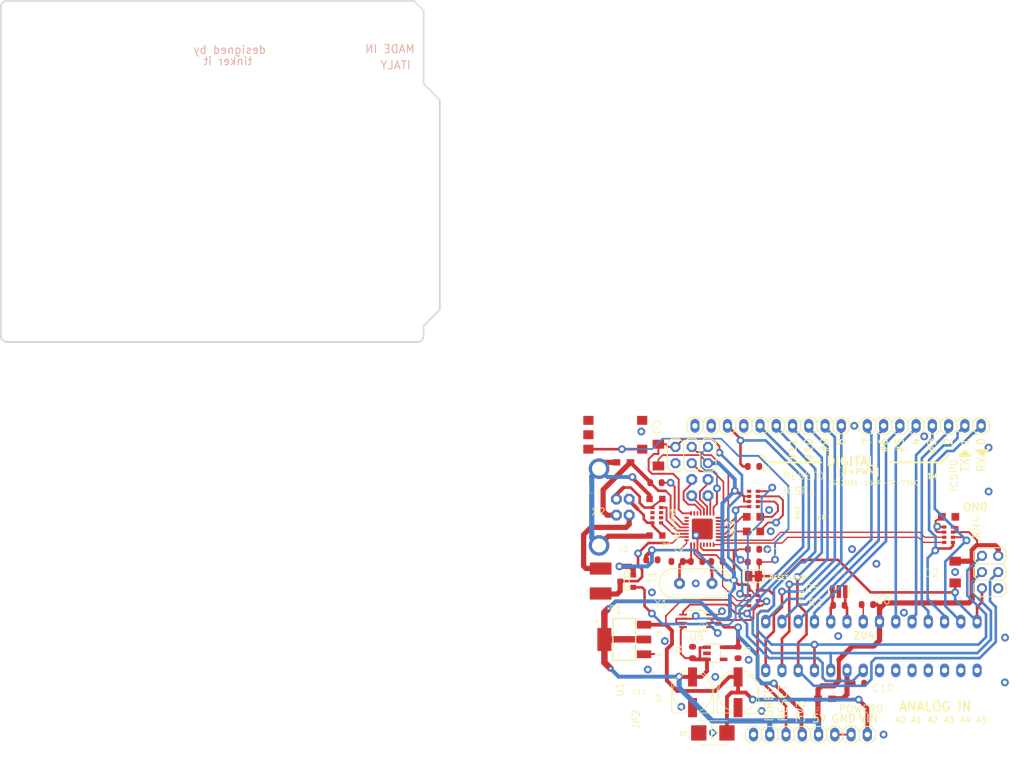
<source format=kicad_pcb>
(kicad_pcb (version 20240108) (generator "pcbnew") (generator_version "8.0")
  (layers (0 "F.Cu" signal) (31 "B.Cu" signal) (34 "B.Paste" user) (35 "F.Paste" user) (36 "B.SilkS" user "B.Silkscreen") (37 "F.SilkS" user "F.Silkscreen") (38 "B.Mask" user) (39 "F.Mask" user) (44 "Edge.Cuts" user))
  (net 0 "")
  (net 1 "+5V")
  (net 2 "GND")
  (net 3 "/+3V3")
  (net 4 "/AREF")
  (net 5 "/DTR")
  (net 6 "/RESET")
  (net 7 "/TP_VUCAP")
  (net 8 "/XT1")
  (net 9 "/AVCC")
  (net 10 "/XT2")
  (net 11 "/PWRIN")
  (net 12 "/VIN")
  (net 13 "/RESET2")
  (net 14 "/USBVCC")
  (net 15 "/XUSB")
  (net 16 "/MISO")
  (net 17 "/SCK")
  (net 18 "/MOSI")
  (net 19 "/MISO2")
  (net 20 "/SCK2")
  (net 21 "/MOSI2")
  (net 22 "/IO8")
  (net 23 "/IO9")
  (net 24 "/SS")
  (net 25 "/IO0")
  (net 26 "/IO1")
  (net 27 "/IO2")
  (net 28 "/IO3")
  (net 29 "/IO4")
  (net 30 "/IO5")
  (net 31 "/IO6")
  (net 32 "/IO7")
  (net 33 "/PB4")
  (net 34 "/PB6")
  (net 35 "/PB5")
  (net 36 "/PB7")
  (net 37 "/USHIELD")
  (net 39 "/XTAL1")
  (net 40 "/XTAL2")
  (net 41 "/CMP")
  (net 42 "/L13")
  (net 43 "/RD-")
  (net 47 "/RD+")
  (net 48 "/D+")
  (net 51 "/D-")
  (net 52 "/M8RXD")
  (net 53 "/M8TXD")
  (net 54 "/RXLED")
  (net 55 "/GATE_CMD")
  (net 56 "/TXLED")
  (net 67 "/AD4")
  (net 68 "/AD5")
  (net 76 "/onled")
  (net 77 "/yellownet")
  (net 78 "/yellownet2")
  (footprint "UNO-TH_Rev3e:CT_CN0603" (layer "F.Cu") (at 68.945406 52.700473 180)
    (property "Reference" "Z1")
    (property "Value" "CG0603MLC-05E")
  )
  (footprint "UNO-TH_Rev3e:CAY16" (layer "F.Cu") (at 114.665406 58.288473 90)
    (property "Reference" "RN4")
    (property "Value" "1K")
  )
  (footprint "UNO-TH_Rev3e:TP-SP" (layer "F.Cu") (at 82.661406 41.270473)
    (property "Reference" "GND_TP1" (hide yes))
    (property "Value" "TP_SP" (hide yes))
  )
  (footprint "UNO-TH_Rev3e:2X03" (layer "F.Cu") (at 121.142406 64.130473 -90)
    (property "Reference" "ICSP0")
    (property "Value" "3x2 M")
  )
  (footprint "UNO-TH_Rev3e:CHIP-LED0805" (layer "F.Cu") (at 114.665406 55.494473 -90)
    (property "Reference" "ON0")
    (property "Value" "GREEN")
  )
  (footprint "UNO-TH_Rev3e:2X03" (layer "F.Cu") (at 74.533406 45.842473 180)
    (property "Reference" "ICSP1")
    (property "Value" "3x2 M")
  )
  (footprint "UNO-TH_Rev3e:C0603-ROUND" (layer "F.Cu") (at 74.660406 76.703473 -90)
    (property "Reference" "C1")
    (property "Value" "100n")
  )
  (footprint "UNO-TH_Rev3e:C0603-ROUND" (layer "F.Cu") (at 100.568406 81.529473 180)
    (property "Reference" "C10")
    (property "Value" "100n")
  )
  (footprint "UNO-TH_Rev3e:PANASONIC_D" (layer "F.Cu") (at 74.660406 82.926473 90)
    (property "Reference" "PC2" (hide yes))
    (property "Value" "47u")
  )
  (footprint "UNO-TH_Rev3e:DIL28-3" (layer "F.Cu") (at 102.600406 75.687473 180)
    (property "Reference" "ZU4")
    (property "Value" "ATMEGA328P-PU")
  )
  (footprint "UNO-TH_Rev3e:C0603-ROUND" (layer "F.Cu") (at 72.247406 62.479473 180)
    (property "Reference" "C9")
    (property "Value" "22p")
  )
  (footprint "UNO-TH_Rev3e:MSOP08" (layer "F.Cu") (at 75.295406 71.750473 90)
    (property "Reference" "U5")
    (property "Value" "LMV358IDGKR")
  )
  (footprint "UNO-TH_Rev3e:C0603-ROUND" (layer "F.Cu") (at 81.772406 76.703473 90)
    (property "Reference" "C3")
    (property "Value" "1u")
  )
  (footprint "UNO-TH_Rev3e:TP-SP" (layer "F.Cu") (at 87.614406 56.383473)
    (property "Reference" "TP_RXL0" (hide yes))
    (property "Value" "TP_SP" (hide yes))
  )
  (footprint "UNO-TH_Rev3e:TP-SP" (layer "F.Cu") (at 77.581406 41.270473)
    (property "Reference" "TP_SDA0" (hide yes))
    (property "Value" "TP_SP" (hide yes))
  )
  (footprint "UNO-TH_Rev3e:C0603-ROUND" (layer "F.Cu") (at 84.185406 60.574473)
    (property "Reference" "C7")
    (property "Value" "100n")
  )
  (footprint "UNO-TH_Rev3e:SOT23-DBV" (layer "F.Cu") (at 78.216406 76.830473 -90)
    (property "Reference" "U2")
    (property "Value" "LP2985-33DBVR")
  )
  (footprint "UNO-TH_Rev3e:TP-SP" (layer "F.Cu") (at 112.125406 41.270473)
    (property "Reference" "TP_3" (hide yes))
    (property "Value" "TP_SP" (hide yes))
  )
  (footprint "UNO-TH_Rev3e:TP-SP" (layer "F.Cu") (at 71.231406 50.160473)
    (property "Reference" "TP_VUCAP0" (hide yes))
    (property "Value" "TP_SP" (hide yes))
  )
  (footprint "UNO-TH_Rev3e:TP-SP" (layer "F.Cu") (at 104.505406 41.270473)
    (property "Reference" "TP_6" (hide yes))
    (property "Value" "TP_SP" (hide yes))
  )
  (footprint "UNO-TH_Rev3e:TP-SP" (layer "F.Cu") (at 86.217406 68.702473)
    (property "Reference" "TP_CMP0" (hide yes))
    (property "Value" "TP_SP" (hide yes))
  )
  (footprint "UNO-TH_Rev3e:2X02" (layer "F.Cu") (at 75.803406 50.922473 90)
    (property "Reference" "JP2")
    (property "Value" "2x2 M - NM")
  )
  (footprint "UNO-TH_Rev3e:0805" (layer "F.Cu") (at 63.865406 46.985473 180)
    (property "Reference" "L1")
    (property "Value" "BLM21")
  )
  (footprint "UNO-TH_Rev3e:CHIP-LED0805" (layer "F.Cu") (at 84.185406 57.780473 90)
    (property "Reference" "RX0" (hide yes))
    (property "Value" "YELLOW")
  )
  (footprint "UNO-TH_Rev3e:0805" (layer "F.Cu") (at 95.361406 83.942473)
    (property "Reference" "L2")
    (property "Value" "10uH")
  )
  (footprint "UNO-TH_Rev3e:TP-SP" (layer "F.Cu") (at 74.533406 47.112473)
    (property "Reference" "TP_MOSI2" (hide yes))
    (property "Value" "TP_SP" (hide yes))
  )
  (footprint "UNO-TH_Rev3e:TP-SP" (layer "F.Cu") (at 75.041406 41.270473)
    (property "Reference" "TP_SCL0" (hide yes))
    (property "Value" "TP_SP" (hide yes))
  )
  (footprint "UNO-TH_Rev3e:PANASONIC_D" (layer "F.Cu") (at 81.772406 82.926473 90)
    (property "Reference" "PC1" (hide yes))
    (property "Value" "47u")
  )
  (footprint "UNO-TH_Rev3e:CT_CN0603" (layer "F.Cu") (at 68.945406 58.415473 180)
    (property "Reference" "Z2")
    (property "Value" "CG0603MLC-05E")
  )
  (footprint "UNO-TH_Rev3e:TP-SP" (layer "F.Cu") (at 122.412406 61.590473)
    (property "Reference" "TP_5V1" (hide yes))
    (property "Value" "TP_SP" (hide yes))
  )
  (footprint "UNO-TH_Rev3e:TP-SP" (layer "F.Cu") (at 75.168406 70.988473)
    (property "Reference" "TP_LCMD0" (hide yes))
    (property "Value" "TP_SP" (hide yes))
  )
  (footprint "UNO-TH_Rev3e:C0603-ROUND" (layer "F.Cu") (at 68.310406 62.225473 180)
    (property "Reference" "C2")
    (property "Value" "100n")
  )
  (footprint "UNO-TH_Rev3e:TP-SP" (layer "F.Cu") (at 94.345406 89.530473)
    (property "Reference" "TP_5V0" (hide yes))
    (property "Value" "TP_SP" (hide yes))
  )
  (footprint "UNO-TH_Rev3e:TP-SP" (layer "F.Cu") (at 101.965406 89.530473)
    (property "Reference" "TP_VIN0" (hide yes))
    (property "Value" "TP_SP" (hide yes))
  )
  (footprint "UNO-TH_Rev3e:TP-SP" (layer "F.Cu") (at 112.887406 57.018473)
    (property "Reference" "TP_ONL0" (hide yes))
    (property "Value" "TP_SP" (hide yes))
  )
  (footprint "UNO-TH_Rev3e:MINIMELF" (layer "F.Cu") (at 69.326406 45.842473 90)
    (property "Reference" "D3")
    (property "Value" "CD1206-S01575")
  )
  (footprint "UNO-TH_Rev3e:C0603-ROUND" (layer "F.Cu") (at 84.184306 62.556873)
    (property "Reference" "C5")
    (property "Value" "100n")
  )
  (footprint "UNO-TH_Rev3e:QS" (layer "F.Cu") (at 75.168406 65.908473 180)
    (property "Reference" "Y1")
    (property "Value" "16MHz")
  )
  (footprint "UNO-TH_Rev3e:TP-SP" (layer "F.Cu") (at 68.310406 70.607473)
    (property "Reference" "TP_GATE0" (hide yes))
    (property "Value" "TP_SP" (hide yes))
  )
  (footprint "UNO-TH_Rev3e:RESONATOR" (layer "F.Cu") (at 97.520406 67.178473)
    (property "Reference" "Y2")
    (property "Value" "CSTCE16M0V53-R0 16MHZ")
  )
  (footprint "UNO-TH_Rev3e:C0603-ROUND" (layer "F.Cu") (at 78.470406 62.479473)
    (property "Reference" "C11")
    (property "Value" "22p")
  )
  (footprint "UNO-TH_Rev3e:C0603-ROUND" (layer "F.Cu") (at 68.945406 50.160473 180)
    (property "Reference" "C8")
    (property "Value" "1u")
  )
  (footprint "UNO-TH_Rev3e:CAY16" (layer "F.Cu") (at 69.072406 55.240473 90)
    (property "Reference" "RN3")
    (property "Value" "22R")
  )
  (footprint "UNO-TH_Rev3e:TP-SP" (layer "F.Cu") (at 98.790406 71.877473)
    (property "Reference" "TP_XT1" (hide yes))
    (property "Value" "TP_SP" (hide yes))
  )
  (footprint "UNO-TH_Rev3e:CAY16" (layer "F.Cu") (at 84.185406 52.700473 -90)
    (property "Reference" "RN2")
    (property "Value" "1K")
  )
  (footprint "UNO-TH_Rev3e:TP-SP" (layer "F.Cu") (at 65.262406 49.271473)
    (property "Reference" "TP_USH0" (hide yes))
    (property "Value" "TP_SP" (hide yes))
  )
  (footprint "UNO-TH_Rev3e:MLF32" (layer "F.Cu") (at 76.184406 57.399473 90)
    (property "Reference" "U3")
    (property "Value" "ATMEGA16U2-MU(R)" (hide yes))
  )
  (footprint "UNO-TH_Rev3e:CHIP-LED0805" (layer "F.Cu") (at 84.185406 55.494473 90)
    (property "Reference" "TX0" (hide yes))
    (property "Value" "YELLOW")
  )
  (footprint "UNO-TH_Rev3e:TP-SP" (layer "F.Cu") (at 107.045406 41.270473)
    (property "Reference" "TP_5" (hide yes))
    (property "Value" "TP_SP" (hide yes))
  )
  (footprint "UNO-TH_Rev3e:TP-SP" (layer "F.Cu") (at 89.265406 89.530473)
    (property "Reference" "TP_RESET0" (hide yes))
    (property "Value" "TP_SP" (hide yes))
  )
  (footprint "UNO-TH_Rev3e:TP-SP" (layer "F.Cu") (at 72.628406 65.908473)
    (property "Reference" "TP_XT3" (hide yes))
    (property "Value" "TP_SP" (hide yes))
  )
  (footprint "UNO-TH_Rev3e:TP-SP" (layer "F.Cu") (at 80.121406 41.270473)
    (property "Reference" "TP_AREF0" (hide yes))
    (property "Value" "TP_SP" (hide yes))
  )
  (footprint "UNO-TH_Rev3e:TP-SP" (layer "F.Cu") (at 119.745406 41.270473)
    (property "Reference" "TP_0" (hide yes))
    (property "Value" "TP_SP" (hide yes))
  )
  (footprint "UNO-TH_Rev3e:TP-SP" (layer "F.Cu") (at 66.151406 61.209473)
    (property "Reference" "TP_USBVCC0" (hide yes))
    (property "Value" "TP_SP" (hide yes))
  )
  (footprint "UNO-TH_Rev3e:1X10" (layer "F.Cu") (at 86.471406 41.270473 180)
    (property "Reference" "IOH0" (hide yes))
    (property "Value" "10x1F-H8.5")
  )
  (footprint "UNO-TH_Rev3e:1X08" (layer "F.Cu") (at 93.075406 89.530473)
    (property "Reference" "POWER0")
    (property "Value" "8x1F-H8.5")
  )
  (footprint "UNO-TH_Rev3e:C0603-ROUND" (layer "F.Cu") (at 101.965406 69.210473)
    (property "Reference" "C6")
    (property "Value" "100n")
  )
  (footprint "UNO-TH_Rev3e:TP-SP" (layer "F.Cu") (at 71.993406 44.572473)
    (property "Reference" "TP_RESET2" (hide yes))
    (property "Value" "TP_SP" (hide yes))
  )
  (footprint "UNO-TH_Rev3e:CAY16" (layer "F.Cu") (at 84.185406 68.194473 90)
    (property "Reference" "RN1")
    (property "Value" "10K")
  )
  (footprint "UNO-TH_Rev3e:TP-SP" (layer "F.Cu") (at 85.201406 41.270473)
    (property "Reference" "TP_13" (hide yes))
    (property "Value" "TP_SP" (hide yes))
  )
  (footprint "UNO-TH_Rev3e:SMB" (layer "F.Cu") (at 77.835406 89.276473 180)
    (property "Reference" "D1")
    (property "Value" "M7")
  )
  (footprint "UNO-TH_Rev3e:SJ" (layer "F.Cu") (at 84.185406 64.765473)
    (property "Reference" "RESET-EN0")
    (property "Value" "SJ")
  )
  (footprint "UNO-TH_Rev3e:SOT-23" (layer "F.Cu") (at 64.373406 65.527473 -90)
    (property "Reference" "T1")
    (property "Value" "FDN340P")
  )
  (footprint "UNO-TH_Rev3e:MINIMELF" (layer "F.Cu") (at 115.681406 64.130473 -90)
    (property "Reference" "D2")
    (property "Value" "CD1206-S01575")
  )
  (footprint "UNO-TH_Rev3e:TP-SP" (layer "F.Cu") (at 109.585406 41.270473)
    (property "Reference" "TP_4" (hide yes))
    (property "Value" "TP_SP" (hide yes))
  )
  (footprint "UNO-TH_Rev3e:TP-SP" (layer "F.Cu") (at 117.205406 41.270473)
    (property "Reference" "TP_1" (hide yes))
    (property "Value" "TP_SP" (hide yes))
  )
  (footprint "UNO-TH_Rev3e:TP-SP" (layer "F.Cu") (at 114.665406 41.270473)
    (property "Reference" "TP_2" (hide yes))
    (property "Value" "TP_SP" (hide yes))
  )
  (footprint "UNO-TH_Rev3e:L1812" (layer "F.Cu") (at 60.309406 65.527473 90)
    (property "Reference" "F1")
    (property "Value" "MF-MSMF050-2 500mA")
  )
  (footprint "UNO-TH_Rev3e:R0603-ROUND" (layer "F.Cu") (at 75.295406 62.479473)
    (property "Reference" "R1")
    (property "Value" "1M")
  )
  (footprint "UNO-TH_Rev3e:TP-SP" (layer "F.Cu") (at 77.708406 65.908473)
    (property "Reference" "TP_XT4" (hide yes))
    (property "Value" "TP_SP" (hide yes))
  )
  (footprint "UNO-TH_Rev3e:TP-SP" (layer "F.Cu") (at 95.361406 41.270473)
    (property "Reference" "TP_9" (hide yes))
    (property "Value" "TP_SP" (hide yes))
  )
  (footprint "UNO-TH_Rev3e:TP-SP" (layer "F.Cu") (at 92.821406 41.270473)
    (property "Reference" "TP_10" (hide yes))
    (property "Value" "TP_SP" (hide yes))
  )
  (footprint "UNO-TH_Rev3e:1X08" (layer "F.Cu") (at 110.855406 41.270473 180)
    (property "Reference" "IOL0" (hide yes))
    (property "Value" "8x1F-H8.5")
  )
  (footprint "UNO-TH_Rev3e:TP-SP" (layer "F.Cu") (at 90.281406 41.270473)
    (property "Reference" "TP_11" (hide yes))
    (property "Value" "TP_SP" (hide yes))
  )
  (footprint "UNO-TH_Rev3e:TP-SP" (layer "F.Cu") (at 87.741406 41.270473)
    (property "Reference" "TP_12" (hide yes))
    (property "Value" "TP_SP" (hide yes))
  )
  (footprint "UNO-TH_Rev3e:TP-SP" (layer "F.Cu") (at 74.533406 44.572473)
    (property "Reference" "TP_SCK2" (hide yes))
    (property "Value" "TP_SP" (hide yes))
  )
  (footprint "UNO-TH_Rev3e:TP-SP" (layer "F.Cu") (at 97.901406 41.270473)
    (property "Reference" "TP_8" (hide yes))
    (property "Value" "TP_SP" (hide yes))
  )
  (footprint "UNO-TH_Rev3e:TP-SP" (layer "F.Cu") (at 82.153406 62.225473)
    (property "Reference" "TP_DTR0" (hide yes))
    (property "Value" "TP_SP" (hide yes))
  )
  (footprint "UNO-TH_Rev3e:PN61729" (layer "F.Cu") (at 60.055406 53.970473 -90)
    (property "Reference" "X2")
    (property "Value" "USB-B_TH")
  )
  (footprint "UNO-TH_Rev3e:C0603-ROUND" (layer "F.Cu") (at 84.185406 47.620473 180)
    (property "Reference" "C4")
    (property "Value" "100n")
  )
  (footprint "UNO-TH_Rev3e:TP-SP" (layer "F.Cu") (at 77.073406 44.572473)
    (property "Reference" "TP_MISO2" (hide yes))
    (property "Value" "TP_SP" (hide yes))
  )
  (footprint "UNO-TH_Rev3e:R0603-ROUND" (layer "F.Cu") (at 97.520406 69.337473 180)
    (property "Reference" "R2")
    (property "Value" "1M")
  )
  (footprint "UNO-TH_Rev3e:TP-SP" (layer "F.Cu") (at 91.805406 89.530473)
    (property "Reference" "TP_3V3" (hide yes))
    (property "Value" "TP_SP" (hide yes))
  )
  (footprint "UNO-TH_Rev3e:TP-SP" (layer "F.Cu") (at 101.965406 41.270473)
    (property "Reference" "TP_7" (hide yes))
    (property "Value" "TP_SP" (hide yes))
  )
  (footprint "UNO-TH_Rev3e:TS42" (layer "F.Cu") (at 62.595406 42.667473)
    (property "Reference" "RESET0")
    (property "Value" "TS42031-160R-TR-7260")
  )
  (footprint "UNO-TH_Rev3e:SOT223" (layer "F.Cu") (at 63.992406 74.671473 90)
    (property "Reference" "U1")
    (property "Value" "NCP1117ST50T3G")
  )
  (footprint "UNO-TH_Rev3e:TP-SP" (layer "F.Cu") (at 96.250406 71.877473)
    (property "Reference" "TP_XT2" (hide yes))
    (property "Value" "TP_SP" (hide yes))
  )
  (footprint "UNO-TH_Rev3e:TP-SP" (layer "F.Cu") (at 99.425406 89.530473)
    (property "Reference" "GND_TP0" (hide yes))
    (property "Value" "TP_SP" (hide yes))
  )
  (gr_line (start 116.951406 45.842473) (end 117.332406 45.588473) (stroke (width 0.3048)) (layer "F.SilkS"))
  (gr_line (start 118.094406 45.969473) (end 117.205406 45.080473) (stroke (width 0.3048)) (layer "F.SilkS"))
  (gr_line (start 119.872406 45.969473) (end 120.761406 45.080473) (stroke (width 0.3048)) (layer "F.SilkS"))
  (gr_line (start 114.665406 45.842473) (end 113.522406 46.985473) (stroke (width 0.3048)) (layer "F.SilkS"))
  (gr_line (start 117.205406 45.334473) (end 117.713406 45.842473) (stroke (width 0.3048)) (layer "F.SilkS"))
  (gr_line (start 116.697406 45.842473) (end 117.205406 45.334473) (stroke (width 0.3048)) (layer "F.SilkS"))
  (gr_line (start 119.872406 45.461473) (end 119.872406 45.588473) (stroke (width 0.3048)) (layer "F.SilkS"))
  (gr_line (start 119.491406 45.334473) (end 119.999406 45.334473) (stroke (width 0.3048)) (layer "F.SilkS"))
  (gr_line (start 113.522406 46.985473) (end 105.394406 46.985473) (stroke (width 0.3048)) (layer "F.SilkS"))
  (gr_line (start 94.726406 46.985473) (end 86.598406 46.985473) (stroke (width 0.3048)) (layer "F.SilkS"))
  (gr_line (start 120.380406 45.207473) (end 119.872406 45.715473) (stroke (width 0.3048)) (layer "F.SilkS"))
  (gr_line (start 120.761406 45.080473) (end 118.983406 45.080473) (stroke (width 0.3048)) (layer "F.SilkS"))
  (gr_line (start 116.316406 45.969473) (end 118.094406 45.969473) (stroke (width 0.3048)) (layer "F.SilkS"))
  (gr_line (start 86.598406 46.985473) (end 85.455406 45.842473) (stroke (width 0.3048)) (layer "F.SilkS"))
  (gr_line (start 119.364406 45.207473) (end 120.380406 45.207473) (stroke (width 0.3048)) (layer "F.SilkS"))
  (gr_line (start 118.983406 45.080473) (end 119.872406 45.969473) (stroke (width 0.3048)) (layer "F.SilkS"))
  (gr_line (start 117.205406 45.080473) (end 116.316406 45.969473) (stroke (width 0.3048)) (layer "F.SilkS"))
  (gr_line (start 117.713406 45.842473) (end 116.951406 45.842473) (stroke (width 0.3048)) (layer "F.SilkS"))
  (gr_line (start 119.872406 45.715473) (end 119.491406 45.334473) (stroke (width 0.3048)) (layer "F.SilkS"))
  (gr_line (start 32.639 -12.215) (end 35.179 -9.675) (stroke (width 0.254)) (layer "Edge.Cuts"))
  (gr_line (start 32.639 25.631) (end 32.639 27.171) (stroke (width 0.254)) (layer "Edge.Cuts"))
  (gr_arc (start -32.401 28.171) (mid -33.108107 27.878107) (end -33.401 27.171) (stroke (width 0.254)) (layer "Edge.Cuts"))
  (gr_arc (start -33.401 -24.169) (mid -33.108107 -24.876107) (end -32.401 -25.169) (stroke (width 0.254)) (layer "Edge.Cuts"))
  (gr_line (start 31.639 28.171) (end -32.401 28.171) (stroke (width 0.254)) (layer "Edge.Cuts"))
  (gr_line (start 35.179 23.091) (end 32.639 25.631) (stroke (width 0.254)) (layer "Edge.Cuts"))
  (gr_line (start -33.401 27.171) (end -33.401 -24.169) (stroke (width 0.254)) (layer "Edge.Cuts"))
  (gr_line (start 35.179 -9.675) (end 35.179 23.091) (stroke (width 0.254)) (layer "Edge.Cuts"))
  (gr_arc (start 32.639 27.171) (mid 32.346107 27.878107) (end 31.639 28.171) (stroke (width 0.254)) (layer "Edge.Cuts"))
  (gr_line (start 31.115 -25.169) (end 32.639 -23.645) (stroke (width 0.254)) (layer "Edge.Cuts"))
  (gr_line (start 32.639 -23.645) (end 32.639 -12.215) (stroke (width 0.254)) (layer "Edge.Cuts"))
  (gr_line (start -32.401 -25.169) (end 31.115 -25.169) (stroke (width 0.254)) (layer "Edge.Cuts"))
  (gr_text "MADE IN" (at 31.369 -16.914 0) (layer "B.SilkS") (effects (font (size 1.251712 1.251712) (thickness 0.170688)) (justify left bottom mirror)))
  (gr_text "ITALY" (at 30.734 -14.374 0) (layer "B.SilkS") (effects (font (size 1.251712 1.251712) (thickness 0.170688)) (justify left bottom mirror)))
  (gr_text "tinker it" (at 5.969 -15.009 0) (layer "B.SilkS") (effects (font (size 1.251712 1.251712) (thickness 0.170688)) (justify left bottom mirror)))
  (gr_text "designed by" (at 8.128 -16.787 0) (layer "B.SilkS") (effects (font (size 1.251712 1.251712) (thickness 0.170688)) (justify left bottom mirror)))
  (gr_text "DIGITAL" (at 95.397806 47.656273 0) (layer "F.SilkS") (effects (font (size 1.42494 1.42494) (thickness 0.25146)) (justify left bottom)))
  (gr_text "#" (at 93.456406 46.731473 90) (layer "F.SilkS") (effects (font (size 0.972312 0.972312) (thickness 0.145288)) (justify left bottom)))
  (gr_text "TX" (at 117.963006 48.624273 90) (layer "F.SilkS") (effects (font (size 1.28016 1.28016) (thickness 0.14224)) (justify left bottom)))
  (gr_text "9" (at 94.599406 43.048473 90) (layer "F.SilkS") (effects (font (size 1.251712 1.251712) (thickness 0.170688)) (justify right top)))
  (gr_text "3" (at 111.363406 43.048473 90) (layer "F.SilkS") (effects (font (size 1.251712 1.251712) (thickness 0.170688)) (justify right top)))
  (gr_text "A1" (at 108.774006 87.740273 0) (layer "F.SilkS") (effects (font (size 0.89408 0.89408) (thickness 0.12192)) (justify left bottom)))
  (gr_text "#" (at 105.140406 45.461473 90) (layer "F.SilkS") (effects (font (size 0.972312 0.972312) (thickness 0.145288)) (justify left bottom)))
  (gr_text "4" (at 108.823406 43.048473 90) (layer "F.SilkS") (effects (font (size 1.251712 1.251712) (thickness 0.170688)) (justify right top)))
  (gr_text "GND" (at 96.258806 87.765673 0) (layer "F.SilkS") (effects (font (size 1.251712 1.251712) (thickness 0.170688)) (justify left bottom)))
  (gr_text "10" (at 92.059406 43.048473 90) (layer "F.SilkS") (effects (font (size 1.251712 1.251712) (thickness 0.170688)) (justify right top)))
  (gr_text "A3" (at 113.854006 87.740273 0) (layer "F.SilkS") (effects (font (size 0.89408 0.89408) (thickness 0.12192)) (justify left bottom)))
  (gr_text "IOREF" (at 87.360406 87.625473 90) (layer "F.SilkS") (effects (font (size 1.28016 1.28016) (thickness 0.14224)) (justify left bottom)))
  (gr_text "6" (at 103.743406 43.048473 90) (layer "F.SilkS") (effects (font (size 1.251712 1.251712) (thickness 0.170688)) (justify right top)))
  (gr_text "#" (at 112.633406 45.461473 90) (layer "F.SilkS") (effects (font (size 0.972312 0.972312) (thickness 0.145288)) (justify left bottom)))
  (gr_text "A2" (at 111.314006 87.740273 0) (layer "F.SilkS") (effects (font (size 0.89408 0.89408) (thickness 0.12192)) (justify left bottom)))
  (gr_text "ANALOG IN" (at 106.791406 85.974473 0) (layer "F.SilkS") (effects (font (size 1.42494 1.42494) (thickness 0.25146)) (justify left bottom)))
  (gr_text "11" (at 89.519406 43.048473 90) (layer "F.SilkS") (effects (font (size 1.251712 1.251712) (thickness 0.170688)) (justify right top)))
  (gr_text "8" (at 97.139406 43.048473 90) (layer "F.SilkS") (effects (font (size 1.251712 1.251712) (thickness 0.170688)) (justify right top)))
  (gr_text "2" (at 113.903406 43.048473 90) (layer "F.SilkS") (effects (font (size 1.251712 1.251712) (thickness 0.170688)) (justify right top)))
  (gr_text "TM" (at 111.214306 49.666873 0) (layer "F.SilkS") (effects (font (size 0.8128 0.8128) (thickness 0.2032)) (justify left bottom)))
  (gr_text "3V3" (at 92.313406 87.752473 90) (layer "F.SilkS") (effects (font (size 1.28016 1.28016) (thickness 0.14224)) (justify left bottom)))
  (gr_text "#" (at 90.916406 46.731473 90) (layer "F.SilkS") (effects (font (size 0.972312 0.972312) (thickness 0.145288)) (justify left bottom)))
  (gr_text "5V" (at 93.202406 87.752473 0) (layer "F.SilkS") (effects (font (size 1.251712 1.251712) (thickness 0.170688)) (justify left bottom)))
  (gr_text "A4" (at 116.394006 87.740273 0) (layer "F.SilkS") (effects (font (size 0.89408 0.89408) (thickness 0.12192)) (justify left bottom)))
  (gr_text "1" (at 116.443406 43.048473 90) (layer "F.SilkS") (effects (font (size 1.251712 1.251712) (thickness 0.170688)) (justify right top)))
  (gr_text "RX" (at 120.507406 48.636473 90) (layer "F.SilkS") (effects (font (size 1.28016 1.28016) (thickness 0.14224)) (justify left bottom)))
  (gr_text "A0" (at 106.234006 87.740273 0) (layer "F.SilkS") (effects (font (size 0.89408 0.89408) (thickness 0.12192)) (justify left bottom)))
  (gr_text "VIN" (at 100.568406 87.752473 0) (layer "F.SilkS") (effects (font (size 1.251712 1.251712) (thickness 0.170688)) (justify left bottom)))
  (gr_text "#" (at 107.553406 45.461473 90) (layer "F.SilkS") (effects (font (size 0.972312 0.972312) (thickness 0.145288)) (justify left bottom)))
  (gr_text "0" (at 118.983406 43.048473 90) (layer "F.SilkS") (effects (font (size 1.251712 1.251712) (thickness 0.170688)) (justify right top)))
  (gr_text "A5" (at 118.934006 87.740273 0) (layer "F.SilkS") (effects (font (size 0.89408 0.89408) (thickness 0.12192)) (justify left bottom)))
  (gr_text "#" (at 95.869406 45.461473 90) (layer "F.SilkS") (effects (font (size 0.972312 0.972312) (thickness 0.145288)) (justify left bottom)))
  (gr_text "RESET" (at 89.519406 87.625473 90) (layer "F.SilkS") (effects (font (size 1.28016 1.28016) (thickness 0.14224)) (justify left bottom)))
  (gr_text "5" (at 106.283406 43.048473 90) (layer "F.SilkS") (effects (font (size 1.251712 1.251712) (thickness 0.170688)) (justify right top)))
  (gr_text "7" (at 101.203406 43.048473 90) (layer "F.SilkS") (effects (font (size 1.251712 1.251712) (thickness 0.170688)) (justify right top)))
  (gr_text "[#=PWM]" (at 97.139406 49.017473 0) (layer "F.SilkS") (effects (font (size 0.972312 0.972312) (thickness 0.145288)) (justify left bottom)))
  (segment (start 118.348406 62.606473) (end 118.172406 62.430473) (width 0.8128) (layer "F.Cu") (net 1))
  (segment (start 61.841656 79.204223) (end 60.893406 78.255973) (width 1.016) (layer "F.Cu") (net 1))
  (segment (start 102.981406 75.687473) (end 99.679406 75.687473) (width 0.8128) (layer "F.Cu") (net 1))
  (segment (start 67.421406 61.590473) (end 67.421406 62.225473) (width 0.6096) (layer "F.Cu") (net 1))
  (segment (start 75.803406 77.780473) (end 75.803406 75.941473) (width 0.4064) (layer "F.Cu") (net 1))
  (segment (start 76.348406 60.701473) (end 81.148406 60.701473) (width 0.2794) (layer "F.Cu") (net 1))
  (segment (start 81.772406 51.811473) (end 82.172406 51.792473) (width 0.4064) (layer "F.Cu") (net 1))
  (segment (start 75.934406 60.287473) (end 76.348406 60.701473) (width 0.2794) (layer "F.Cu") (net 1))
  (segment (start 82.172406 51.792473) (end 82.680406 52.300473) (width 0.4064) (layer "F.Cu") (net 1))
  (segment (start 73.223406 72.766473) (end 73.183406 72.726473) (width 0.3048) (layer "F.Cu") (net 1))
  (segment (start 119.110406 60.015673) (end 121.962606 60.015673) (width 0.8128) (layer "F.Cu") (net 1))
  (segment (start 76.916406 77.780473) (end 75.803406 77.780473) (width 0.6096) (layer "F.Cu") (net 1))
  (segment (start 119.110406 60.015673) (end 119.110406 59.177473) (width 0.3048) (layer "F.Cu") (net 1))
  (segment (start 82.680406 52.300473) (end 83.510406 52.300473) (width 0.3048) (layer "F.Cu") (net 1))
  (segment (start 64.988406 63.241473) (end 63.230406 63.241473) (width 0.8128) (layer "F.Cu") (net 1))
  (segment (start 75.803406 77.780473) (end 74.848406 77.780473) (width 0.6096) (layer "F.Cu") (net 1))
  (segment (start 119.034206 60.015673) (end 119.110406 60.015673) (width 0.8128) (layer "F.Cu") (net 1))
  (segment (start 72.602606 80.526473) (end 74.660406 80.526473) (width 0.6096) (layer "F.Cu") (net 1))
  (segment (start 118.348406 62.606473) (end 118.348406 60.701473) (width 0.8128) (layer "F.Cu") (net 1))
  (segment (start 94.345406 86.498473) (end 94.246406 86.399473) (width 0.8128) (layer "F.Cu") (net 1))
  (segment (start 97.520406 80.894473) (end 97.520406 81.148473) (width 0.8128) (layer "F.Cu") (net 1))
  (segment (start 72.561006 80.484873) (end 72.602606 80.526473) (width 0.6096) (layer "F.Cu") (net 1))
  (segment (start 67.269006 74.646073) (end 67.091206 74.671473) (width 0.508) (layer "F.Cu") (net 1))
  (segment (start 68.310406 60.701473) (end 72.659706 60.701473) (width 0.2) (layer "F.Cu") (net 1))
  (segment (start 103.870406 74.798473) (end 102.981406 75.687473) (width 0.8128) (layer "F.Cu") (net 1))
  (segment (start 81.828406 66.099473) (end 83.246406 66.099473) (width 0.4064) (layer "F.Cu") (net 1))
  (segment (start 70.003406 45.842473) (end 69.326406 46.519473) (width 0.254) (layer "F.Cu") (net 1))
  (segment (start 61.546406 69.799473) (end 60.893406 70.452473) (width 1.016) (layer "F.Cu") (net 1))
  (segment (start 116.062406 57.888473) (end 116.062406 57.145473) (width 0.3048) (layer "F.Cu") (net 1))
  (segment (start 73.517406 77.592473) (end 72.818906 76.893973) (width 0.3048) (layer "F.Cu") (net 1))
  (segment (start 94.835406 81.910473) (end 94.261406 82.484473) (width 0.8128) (layer "F.Cu") (net 1))
  (segment (start 122.412406 60.465473) (end 122.412406 61.590473) (width 0.8128) (layer "F.Cu") (net 1))
  (segment (start 81.137406 65.408473) (end 81.828406 66.099473) (width 0.4064) (layer "F.Cu") (net 1))
  (segment (start 81.744406 60.701473) (end 81.871406 60.574473) (width 0.2794) (layer "F.Cu") (net 1))
  (segment (start 102.854406 69.210473) (end 103.489406 69.210473) (width 0.6096) (layer "F.Cu") (net 1))
  (segment (start 103.489406 69.210473) (end 103.997406 69.718473) (width 0.6096) (layer "F.Cu") (net 1))
  (segment (start 60.893406 78.255973) (end 60.893406 74.671473) (width 1.016) (layer "F.Cu") (net 1))
  (segment (start 116.062406 57.145473) (end 116.005406 57.088473) (width 0.3048) (layer "F.Cu") (net 1))
  (segment (start 62.087406 74.671473) (end 62.112806 74.646073) (width 1.016) (layer "F.Cu") (net 1))
  (segment (start 60.893406 74.671473) (end 62.087406 74.671473) (width 1.016) (layer "F.Cu") (net 1))
  (segment (start 116.062406 57.888473) (end 115.340406 57.888473) (width 0.3048) (layer "F.Cu") (net 1))
  (segment (start 118.348406 68.448473) (end 118.348406 62.606473) (width 0.8128) (layer "F.Cu") (net 1))
  (segment (start 119.110406 59.177473) (end 117.821406 57.888473) (width 0.3048) (layer "F.Cu") (net 1))
  (segment (start 81.137406 65.408473) (end 81.137406 60.712473) (width 0.4064) (layer "F.Cu") (net 1))
  (segment (start 103.997406 69.718473) (end 104.759406 68.956473) (width 0.8128) (layer "F.Cu") (net 1))
  (segment (start 75.803406 75.941473) (end 76.855406 75.941473) (width 0.4064) (layer "F.Cu") (net 1))
  (segment (start 75.803406 45.842473) (end 70.003406 45.842473) (width 0.254) (layer "F.Cu") (net 1))
  (segment (start 76.019406 80.526473) (end 76.916406 79.629473) (width 0.6096) (layer "F.Cu") (net 1))
  (segment (start 72.818906 73.170973) (end 73.223406 72.766473) (width 0.3048) (layer "F.Cu") (net 1))
  (segment (start 81.264406 51.430473) (end 81.772406 51.811473) (width 0.4064) (layer "F.Cu") (net 1))
  (segment (start 81.871406 60.574473) (end 83.296406 60.574473) (width 0.2794) (layer "F.Cu") (net 1))
  (segment (start 94.345406 89.530473) (end 94.345406 86.498473) (width 0.8128) (layer "F.Cu") (net 1))
  (segment (start 103.870406 69.845473) (end 103.997406 69.718473) (width 0.8128) (layer "F.Cu") (net 1))
  (segment (start 94.246406 83.957473) (end 94.261406 83.942473) (width 0.8128) (layer "F.Cu") (net 1))
  (segment (start 83.899806 66.994473) (end 84.471206 67.794473) (width 0.254) (layer "F.Cu") (net 1))
  (segment (start 104.759406 68.956473) (end 117.840406 68.956473) (width 0.8128) (layer "F.Cu") (net 1))
  (segment (start 72.818906 76.893973) (end 72.818906 73.170973) (width 0.3048) (layer "F.Cu") (net 1))
  (segment (start 117.821406 57.888473) (end 116.062406 57.888473) (width 0.3048) (layer "F.Cu") (net 1))
  (segment (start 83.246406 66.099473) (end 83.510406 66.363473) (width 0.4064) (layer "F.Cu") (net 1))
  (segment (start 76.916406 79.629473) (end 76.916406 77.780473) (width 0.6096) (layer "F.Cu") (net 1))
  (segment (start 84.471206 67.794473) (end 84.860406 67.794473) (width 0.254) (layer "F.Cu") (net 1))
  (segment (start 82.680406 52.300473) (end 82.718406 53.100473) (width 0.3048) (layer "F.Cu") (net 1))
  (segment (start 97.520406 77.846473) (end 97.520406 80.894473) (width 0.6096) (layer "F.Cu") (net 1))
  (segment (start 96.758406 81.910473) (end 94.835406 81.910473) (width 0.8128) (layer "F.Cu") (net 1))
  (segment (start 68.310406 60.701473) (end 67.421406 61.590473) (width 0.6096) (layer "F.Cu") (net 1))
  (segment (start 65.389406 64.587673) (end 65.389406 63.642473) (width 0.8128) (layer "F.Cu") (net 1))
  (segment (start 77.073406 47.112473) (end 75.803406 45.842473) (width 0.254) (layer "F.Cu") (net 1))
  (segment (start 81.137406 65.408473) (end 81.010406 65.281473) (width 0.4064) (layer "F.Cu") (net 1))
  (segment (start 75.934406 59.849473) (end 75.934406 60.287473) (width 0.2794) (layer "F.Cu") (net 1))
  (segment (start 103.870406 69.845473) (end 103.870406 71.877473) (width 0.8128) (layer "F.Cu") (net 1))
  (segment (start 81.137406 60.712473) (end 81.148406 60.701473) (width 0.4064) (layer "F.Cu") (net 1))
  (segment (start 76.855406 75.941473) (end 76.916406 75.880473) (width 0.4064) (layer "F.Cu") (net 1))
  (segment (start 97.520406 81.148473) (end 96.758406 81.910473) (width 0.8128) (layer "F.Cu") (net 1))
  (segment (start 81.148406 60.701473) (end 81.744406 60.701473) (width 0.2794) (layer "F.Cu") (net 1))
  (segment (start 94.261406 82.484473) (end 94.261406 83.942473) (width 0.8128) (layer "F.Cu") (net 1))
  (segment (start 60.893406 70.452473) (end 60.893406 74.671473) (width 1.016) (layer "F.Cu") (net 1))
  (segment (start 82.718406 53.100473) (end 83.510406 53.100473) (width 0.3048) (layer "F.Cu") (net 1))
  (segment (start 65.389406 63.642473) (end 64.988406 63.241473) (width 0.8128) (layer "F.Cu") (net 1))
  (segment (start 72.659706 60.701473) (end 73.734406 59.626773) (width 0.2) (layer "F.Cu") (net 1))
  (segment (start 69.326406 46.519473) (end 69.326406 47.542473) (width 0.254) (layer "F.Cu") (net 1))
  (segment (start 116.005406 57.088473) (end 115.340406 57.088473) (width 0.3048) (layer "F.Cu") (net 1))
  (segment (start 99.679406 75.687473) (end 97.520406 77.846473) (width 0.8128) (layer "F.Cu") (net 1))
  (segment (start 74.660406 77.592473) (end 73.517406 77.592473) (width 0.3048) (layer "F.Cu") (net 1))
  (segment (start 118.348406 60.701473) (end 119.034206 60.015673) (width 0.8128) (layer "F.Cu") (net 1))
  (segment (start 74.848406 77.780473) (end 74.660406 77.592473) (width 0.6096) (layer "F.Cu") (net 1))
  (segment (start 103.870406 71.877473) (end 103.870406 74.798473) (width 0.8128) (layer "F.Cu") (net 1))
  (segment (start 94.246406 86.399473) (end 94.246406 83.957473) (width 0.8128) (layer "F.Cu") (net 1))
  (segment (start 73.734406 59.626773) (end 73.734406 59.149473) (width 0.2) (layer "F.Cu") (net 1))
  (segment (start 74.660406 80.526473) (end 76.019406 80.526473) (width 0.6096) (layer "F.Cu") (net 1))
  (segment (start 117.840406 68.956473) (end 118.348406 68.448473) (width 0.8128) (layer "F.Cu") (net 1))
  (segment (start 62.112806 74.646073) (end 67.269006 74.646073) (width 1.016) (layer "F.Cu") (net 1))
  (segment (start 83.510406 66.994473) (end 83.899806 66.994473) (width 0.254) (layer "F.Cu") (net 1))
  (segment (start 118.172406 62.430473) (end 115.681406 62.430473) (width 0.8128) (layer "F.Cu") (net 1))
  (segment (start 121.962606 60.015673) (end 122.412406 60.465473) (width 0.8128) (layer "F.Cu") (net 1))
  (segment (start 83.510406 66.363473) (end 83.510406 66.994473) (width 0.4064) (layer "F.Cu") (net 1))
  (via (at 81.137406 65.408473) (size 1.2192) (drill 0.6096) (layers "F.Cu" "B.Cu") (net 1))
  (via (at 72.561006 80.484873) (size 1.2192) (drill 0.6096) (layers "F.Cu" "B.Cu") (net 1))
  (via (at 61.546406 69.799473) (size 0.7) (drill 0.3) (layers "F.Cu" "B.Cu") (net 1))
  (via (at 81.264406 51.430473) (size 1.2192) (drill 0.6096) (layers "F.Cu" "B.Cu") (net 1))
  (via (at 63.230406 63.241473) (size 1.2192) (drill 0.6096) (layers "F.Cu" "B.Cu") (net 1))
  (via (at 68.310406 60.701473) (size 1.2192) (drill 0.6096) (layers "F.Cu" "B.Cu") (net 1))
  (via (at 61.841656 79.204223) (size 0.7) (drill 0.3) (layers "F.Cu" "B.Cu") (net 1))
  (segment (start 81.137406 66.708473) (end 81.137406 65.408473) (width 0.6096) (layer "B.Cu") (net 1))
  (segment (start 78.759406 47.112473) (end 81.264406 49.617473) (width 0.6) (layer "B.Cu") (net 1))
  (segment (start 94.345406 89.530473) (end 94.345406 87.798473) (width 0.8128) (layer "B.Cu") (net 1))
  (segment (start 86.725406 87.399473) (end 86.725406 89.530473) (width 0.8128) (layer "B.Cu") (net 1))
  (segment (start 81.137406 65.408473) (end 79.755406 65.408473) (width 0.4064) (layer "B.Cu") (net 1))
  (segment (start 94.345406 87.798473) (end 93.946406 87.399473) (width 0.8128) (layer "B.Cu") (net 1))
  (segment (start 79.755406 65.408473) (end 75.048406 60.701473) (width 0.4064) (layer "B.Cu") (net 1))
  (segment (start 72.561006 80.484873) (end 63.122306 80.484873) (width 0.6096) (layer "B.Cu") (net 1))
  (segment (start 75.048406 60.701473) (end 68.310406 60.701473) (width 0.4064) (layer "B.Cu") (net 1))
  (segment (start 81.137406 64.216773) (end 79.316206 62.395573) (width 0.6096) (layer "B.Cu") (net 1))
  (segment (start 63.122306 80.484873) (end 61.841656 79.204223) (width 0.6096) (layer "B.Cu") (net 1))
  (segment (start 72.561006 82.214073) (end 77.746406 87.399473) (width 0.8128) (layer "B.Cu") (net 1))
  (segment (start 77.746406 87.399473) (end 86.725406 87.399473) (width 0.8128) (layer "B.Cu") (net 1))
  (segment (start 80.502406 67.343473) (end 81.137406 66.708473) (width 0.6096) (layer "B.Cu") (net 1))
  (segment (start 79.316206 62.395573) (end 79.316206 53.378673) (width 0.6096) (layer "B.Cu") (net 1))
  (segment (start 93.946406 87.399473) (end 86.725406 87.399473) (width 0.8128) (layer "B.Cu") (net 1))
  (segment (start 63.230406 63.241473) (end 67.604406 63.241473) (width 0.6096) (layer "B.Cu") (net 1))
  (segment (start 79.994406 71.496473) (end 80.502406 70.988473) (width 0.6096) (layer "B.Cu") (net 1))
  (segment (start 75.803406 68.702473) (end 78.597406 71.496473) (width 0.6096) (layer "B.Cu") (net 1))
  (segment (start 77.073406 47.112473) (end 78.759406 47.112473) (width 0.6) (layer "B.Cu") (net 1))
  (segment (start 80.502406 70.988473) (end 80.502406 67.343473) (width 0.6096) (layer "B.Cu") (net 1))
  (segment (start 67.604406 63.241473) (end 68.310406 62.535473) (width 0.6096) (layer "B.Cu") (net 1))
  (segment (start 61.546406 69.799473) (end 62.643406 68.702473) (width 0.6096) (layer "B.Cu") (net 1))
  (segment (start 62.643406 68.702473) (end 75.803406 68.702473) (width 0.6096) (layer "B.Cu") (net 1))
  (segment (start 78.597406 71.496473) (end 79.994406 71.496473) (width 0.6096) (layer "B.Cu") (net 1))
  (segment (start 81.137406 65.408473) (end 81.137406 64.216773) (width 0.6096) (layer "B.Cu") (net 1))
  (segment (start 81.264406 49.617473) (end 81.264406 51.430473) (width 0.6) (layer "B.Cu") (net 1))
  (segment (start 68.310406 62.535473) (end 68.310406 60.701473) (width 0.6096) (layer "B.Cu") (net 1))
  (segment (start 72.561006 80.484873) (end 72.561006 82.214073) (width 0.8128) (layer "B.Cu") (net 1))
  (segment (start 79.316206 53.378673) (end 81.264406 51.430473) (width 0.6096) (layer "B.Cu") (net 1))
  (segment (start 61.325406 55.240473) (end 60.690406 54.605473) (width 0.8128) (layer "F.Cu") (net 2))
  (segment (start 77.408406 70.776473) (end 78.733206 70.776473) (width 0.2) (layer "F.Cu") (net 2))
  (segment (start 78.733206 70.776473) (end 79.257806 70.251873) (width 0.2) (layer "F.Cu") (net 2))
  (segment (start 75.434406 58.554473) (end 75.193806 58.364673) (width 0.3048) (layer "F.Cu") (net 2))
  (segment (start 78.343406 61.463473) (end 79.359406 62.479473) (width 0.2794) (layer "F.Cu") (net 2))
  (segment (start 83.510406 68.594473) (end 81.631906 68.594473) (width 0.2) (layer "F.Cu") (net 2))
  (segment (start 60.690406 54.605473) (end 60.690406 51.260473) (width 0.8128) (layer "F.Cu") (net 2))
  (segment (start 101.076406 69.210473) (end 101.330406 69.464473) (width 0.2) (layer "F.Cu") (net 2))
  (segment (start 64.965406 46.985473) (end 68.056406 50.076473) (width 0.6096) (layer "F.Cu") (net 2))
  (segment (start 70.469406 51.430473) (end 71.231406 52.192473) (width 0.3048) (layer "F.Cu") (net 2))
  (segment (start 101.330406 69.464473) (end 101.330406 71.877473) (width 0.2) (layer "F.Cu") (net 2))
  (segment (start 68.056406 50.160473) (end 69.326406 51.430473) (width 0.4064) (layer "F.Cu") (net 2))
  (segment (start 68.056406 50.076473) (end 68.056406 50.160473) (width 0.6096) (layer "F.Cu") (net 2))
  (segment (start 62.745406 55.240473) (end 61.325406 55.240473) (width 0.8128) (layer "F.Cu") (net 2))
  (segment (start 75.434406 59.849473) (end 75.434406 58.554473) (width 0.3048) (layer "F.Cu") (net 2))
  (segment (start 96.885406 89.530473) (end 99.425406 89.530473) (width 0.3048) (layer "F.Cu") (net 2))
  (segment (start 81.631906 68.594473) (end 79.359406 66.321973) (width 0.2) (layer "F.Cu") (net 2))
  (segment (start 71.231406 52.192473) (end 71.231406 55.621473) (width 0.3048) (layer "F.Cu") (net 2))
  (segment (start 79.359406 66.321973) (end 79.359406 62.479473) (width 0.2) (layer "F.Cu") (net 2))
  (segment (start 60.690406 51.260473) (end 64.965406 46.985473) (width 0.8128) (layer "F.Cu") (net 2))
  (segment (start 76.057406 61.463473) (end 78.343406 61.463473) (width 0.2794) (layer "F.Cu") (net 2))
  (segment (start 75.193806 58.364673) (end 76.184406 57.399473) (width 0.3048) (layer "F.Cu") (net 2))
  (segment (start 75.422406 59.812473) (end 75.422406 60.828473) (width 0.2794) (layer "F.Cu") (net 2))
  (segment (start 69.326406 51.430473) (end 70.469406 51.430473) (width 0.4064) (layer "F.Cu") (net 2))
  (segment (start 72.759406 57.149473) (end 73.734406 57.149473) (width 0.2794) (layer "F.Cu") (net 2))
  (segment (start 75.422406 60.828473) (end 76.057406 61.463473) (width 0.2794) (layer "F.Cu") (net 2))
  (segment (start 67.091206 76.982873) (end 68.691406 76.932073) (width 0.3048) (layer "F.Cu") (net 2))
  (segment (start 71.231406 55.621473) (end 72.759406 57.149473) (width 0.2794) (layer "F.Cu") (net 2))
  (via (at 99.577806 60.549073) (size 1.2192) (drill 0.6096) (layers "F.Cu" "B.Cu") (net 2))
  (via (at 67.675406 79.370473) (size 1.2192) (drill 0.6096) (layers "F.Cu" "B.Cu") (net 2))
  (via (at 120.913806 51.532073) (size 1.2192) (drill 0.6096) (layers "F.Cu" "B.Cu") (net 2))
  (via (at 99.933406 41.270473) (size 1.2192) (drill 0.6096) (layers "F.Cu" "B.Cu") (net 2))
  (via (at 68.310406 67.305473) (size 1.2192) (drill 0.6096) (layers "F.Cu" "B.Cu") (net 2))
  (via (at 85.455406 85.847473) (size 1.2192) (drill 0.6096) (layers "F.Cu" "B.Cu") (net 2))
  (via (at 97.418806 74.138073) (size 1.2192) (drill 0.6096) (layers "F.Cu" "B.Cu") (net 2))
  (via (at 103.387806 62.835073) (size 1.2192) (drill 0.6096) (layers "F.Cu" "B.Cu") (net 2))
  (via (at 77.835406 89.251073) (size 1.2192) (drill 0.6096) (layers "F.Cu" "B.Cu") (net 2))
  (via (at 66.659406 42.159473) (size 1.2192) (drill 0.6096) (layers "F.Cu" "B.Cu") (net 2))
  (via (at 110.855406 42.921473) (size 1.2192) (drill 0.6096) (layers "F.Cu" "B.Cu") (net 2))
  (via (at 75.193806 58.364673) (size 1.2192) (drill 0.6096) (layers "F.Cu" "B.Cu") (net 2))
  (via (at 86.877806 57.755073) (size 1.2192) (drill 0.6096) (layers "F.Cu" "B.Cu") (net 2))
  (via (at 120.913806 44.674073) (size 1.2192) (drill 0.6096) (layers "F.Cu" "B.Cu") (net 2))
  (via (at 86.623806 54.427673) (size 1.2192) (drill 0.6096) (layers "F.Cu" "B.Cu") (net 2))
  (via (at 72.907806 85.187073) (size 1.2192) (drill 0.6096) (layers "F.Cu" "B.Cu") (net 2))
  (via (at 123.453806 81.377073) (size 1.2192) (drill 0.6096) (layers "F.Cu" "B.Cu") (net 2))
  (via (at 83.423406 77.846473) (size 1.2192) (drill 0.6096) (layers "F.Cu" "B.Cu") (net 2))
  (via (at 78.216406 80.513473) (size 1.2192) (drill 0.6096) (layers "F.Cu" "B.Cu") (net 2))
  (via (at 107.680406 70.480473) (size 1.2192) (drill 0.6096) (layers "F.Cu" "B.Cu") (net 2))
  (via (at 123.479206 74.366673) (size 1.2192) (drill 0.6096) (layers "F.Cu" "B.Cu") (net 2))
  (via (at 115.681406 64.130473) (size 1.2192) (drill 0.6096) (layers "F.Cu" "B.Cu") (net 2))
  (via (at 70.342406 74.925473) (size 1.2192) (drill 0.6096) (layers "F.Cu" "B.Cu") (net 2))
  (via (at 75.168406 65.908473) (size 1.2192) (drill 0.6096) (layers "F.Cu" "B.Cu") (net 2))
  (via (at 104.505406 89.530473) (size 1.2192) (drill 0.6096) (layers "F.Cu" "B.Cu") (net 2))
  (via (at 86.344406 60.574473) (size 1.2192) (drill 0.6096) (layers "F.Cu" "B.Cu") (net 2))
  (via (at 79.257806 70.251873) (size 1.2192) (drill 0.6096) (layers "F.Cu" "B.Cu") (net 2))
  (segment (start 91.678406 85.847473) (end 87.360406 81.529473) (width 0.6096) (layer "F.Cu") (net 3))
  (segment (start 79.613406 72.766473) (end 78.923406 72.076473) (width 0.4064) (layer "F.Cu") (net 3))
  (segment (start 78.856406 72.076473) (end 77.408406 72.076473) (width 0.3048) (layer "F.Cu") (net 3))
  (segment (start 81.706406 75.880473) (end 81.772406 75.814473) (width 0.6096) (layer "F.Cu") (net 3))
  (segment (start 79.516406 75.880473) (end 81.706406 75.880473) (width 0.6096) (layer "F.Cu") (net 3))
  (segment (start 78.923406 72.076473) (end 78.856406 72.076473) (width 0.4064) (layer "F.Cu") (net 3))
  (segment (start 81.772406 72.766473) (end 79.613406 72.766473) (width 0.4064) (layer "F.Cu") (net 3))
  (segment (start 81.772406 72.766473) (end 81.772406 75.814473) (width 0.6096) (layer "F.Cu") (net 3))
  (segment (start 91.678406 89.403473) (end 91.678406 85.847473) (width 0.6096) (layer "F.Cu") (net 3))
  (segment (start 91.678406 89.403473) (end 91.805406 89.530473) (width 0.6096) (layer "F.Cu") (net 3))
  (via (at 87.360406 81.529473) (size 1.2192) (drill 0.6096) (layers "F.Cu" "B.Cu") (net 3))
  (via (at 81.772406 72.766473) (size 1.2192) (drill 0.6096) (layers "F.Cu" "B.Cu") (net 3))
  (segment (start 84.820406 80.894473) (end 84.820406 77.173473) (width 0.6096) (layer "B.Cu") (net 3))
  (segment (start 84.820406 77.173473) (end 81.772406 74.125473) (width 0.6096) (layer "B.Cu") (net 3))
  (segment (start 81.772406 74.125473) (end 81.772406 72.766473) (width 0.6096) (layer "B.Cu") (net 3))
  (segment (start 87.360406 81.529473) (end 85.455406 81.529473) (width 0.6096) (layer "B.Cu") (net 3))
  (segment (start 85.455406 81.529473) (end 84.820406 80.894473) (width 0.6096) (layer "B.Cu") (net 3))
  (segment (start 82.534406 47.620473) (end 83.296406 47.620473) (width 0.4064) (layer "F.Cu") (net 4))
  (segment (start 82.153406 43.302473) (end 80.121406 41.270473) (width 0.4064) (layer "F.Cu") (net 4))
  (segment (start 82.153406 43.556473) (end 82.153406 43.302473) (width 0.4064) (layer "F.Cu") (net 4))
  (segment (start 82.153406 47.239473) (end 82.534406 47.620473) (width 0.4064) (layer "F.Cu") (net 4))
  (segment (start 82.153406 43.556473) (end 82.153406 47.239473) (width 0.4064) (layer "F.Cu") (net 4))
  (via (at 82.153406 43.556473) (size 1.2192) (drill 0.6096) (layers "F.Cu" "B.Cu") (net 4))
  (segment (start 95.488406 81.148473) (end 99.679406 81.148473) (width 0.4064) (layer "B.Cu") (net 4))
  (segment (start 82.026406 71.115473) (end 83.169406 72.258473) (width 0.4064) (layer "B.Cu") (net 4))
  (segment (start 99.679406 81.148473) (end 101.330406 79.497473) (width 0.4064) (layer "B.Cu") (net 4))
  (segment (start 87.099406 77.599473) (end 87.106406 77.592473) (width 0.4064) (layer "B.Cu") (net 4))
  (segment (start 86.090406 43.556473) (end 91.932406 49.398473) (width 0.4064) (layer "B.Cu") (net 4))
  (segment (start 83.169406 72.258473) (end 83.169406 74.163473) (width 0.4064) (layer "B.Cu") (net 4))
  (segment (start 83.169406 74.163473) (end 86.605406 77.599473) (width 0.4064) (layer "B.Cu") (net 4))
  (segment (start 91.932406 49.398473) (end 91.932406 60.193473) (width 0.4064) (layer "B.Cu") (net 4))
  (segment (start 82.153406 43.556473) (end 86.090406 43.556473) (width 0.4064) (layer "B.Cu") (net 4))
  (segment (start 91.932406 60.193473) (end 82.026406 70.099473) (width 0.4064) (layer "B.Cu") (net 4))
  (segment (start 94.218406 77.592473) (end 94.980406 78.354473) (width 0.4064) (layer "B.Cu") (net 4))
  (segment (start 94.980406 78.354473) (end 94.980406 80.640473) (width 0.4064) (layer "B.Cu") (net 4))
  (segment (start 86.605406 77.599473) (end 87.099406 77.599473) (width 0.4064) (layer "B.Cu") (net 4))
  (segment (start 82.026406 70.099473) (end 82.026406 71.115473) (width 0.4064) (layer "B.Cu") (net 4))
  (segment (start 87.106406 77.592473) (end 94.218406 77.592473) (width 0.4064) (layer "B.Cu") (net 4))
  (segment (start 94.980406 80.640473) (end 95.488406 81.148473) (width 0.4064) (layer "B.Cu") (net 4))
  (segment (start 82.484806 62.556873) (end 82.153406 62.225473) (width 0.2) (layer "F.Cu") (net 5))
  (segment (start 81.391406 55.621473) (end 79.863406 57.149473) (width 0.3048) (layer "F.Cu") (net 5))
  (segment (start 81.391406 54.478473) (end 81.391406 55.621473) (width 0.3048) (layer "F.Cu") (net 5))
  (segment (start 83.510406 53.900473) (end 81.969406 53.900473) (width 0.3) (layer "F.Cu") (net 5))
  (segment (start 81.969406 53.900473) (end 81.391406 54.478473) (width 0.3) (layer "F.Cu") (net 5))
  (segment (start 79.863406 57.149473) (end 78.634406 57.149473) (width 0.2794) (layer "F.Cu") (net 5))
  (segment (start 83.295306 62.556873) (end 82.484806 62.556873) (width 0.2) (layer "F.Cu") (net 5))
  (via (at 81.391406 54.478473) (size 1.2192) (drill 0.6096) (layers "F.Cu" "B.Cu") (net 5))
  (via (at 82.153406 62.225473) (size 1.2192) (drill 0.6096) (layers "F.Cu" "B.Cu") (net 5))
  (segment (start 82.153406 62.225473) (end 81.391406 61.463473) (width 0.4064) (layer "B.Cu") (net 5))
  (segment (start 81.391406 61.463473) (end 81.391406 54.478473) (width 0.4064) (layer "B.Cu") (net 5))
  (segment (start 87.189006 62.556873) (end 85.073306 62.556873) (width 0.2) (layer "F.Cu") (net 6))
  (segment (start 87.360406 67.713473) (end 86.641406 66.994473) (width 0.4064) (layer "F.Cu") (net 6))
  (segment (start 89.265406 64.765473) (end 84.947406 64.765473) (width 0.4064) (layer "F.Cu") (net 6))
  (segment (start 86.641406 66.994473) (end 84.860406 66.994473) (width 0.4064) (layer "F.Cu") (net 6))
  (segment (start 85.073306 64.639573) (end 84.947406 64.765473) (width 0.2) (layer "F.Cu") (net 6))
  (segment (start 84.860406 64.217473) (end 84.860406 66.994473) (width 0.4064) (layer "F.Cu") (net 6))
  (segment (start 119.885406 68.816473) (end 119.872406 66.670473) (width 0.4064) (layer "F.Cu") (net 6))
  (segment (start 89.265406 89.530473) (end 89.265406 85.085473) (width 0.4064) (layer "F.Cu") (net 6))
  (segment (start 84.820406 80.640473) (end 84.820406 70.734473) (width 0.4064) (layer "F.Cu") (net 6))
  (segment (start 85.073306 62.556873) (end 85.073306 64.639573) (width 0.2) (layer "F.Cu") (net 6))
  (segment (start 84.947406 64.765473) (end 83.423406 64.765473) (width 0.4064) (layer "F.Cu") (net 6))
  (segment (start 87.360406 69.337473) (end 87.360406 67.713473) (width 0.4064) (layer "F.Cu") (net 6))
  (segment (start 63.628406 44.917473) (end 66.795406 44.917473) (width 0.4064) (layer "F.Cu") (net 6))
  (segment (start 89.265406 85.085473) (end 84.820406 80.640473) (width 0.4064) (layer "F.Cu") (net 6))
  (segment (start 115.681406 67.305473) (end 102.473406 67.305473) (width 0.4064) (layer "F.Cu") (net 6))
  (segment (start 63.628406 44.917473) (end 58.395406 44.917473) (width 0.4064) (layer "F.Cu") (net 6))
  (segment (start 102.473406 67.305473) (end 97.393406 62.225473) (width 0.4064) (layer "F.Cu") (net 6))
  (segment (start 85.328406 70.226473) (end 86.471406 70.226473) (width 0.4064) (layer "F.Cu") (net 6))
  (segment (start 115.681406 67.305473) (end 115.681406 65.830473) (width 0.4064) (layer "F.Cu") (net 6))
  (segment (start 97.393406 62.225473) (end 91.805406 62.225473) (width 0.4064) (layer "F.Cu") (net 6))
  (segment (start 87.546406 62.199473) (end 87.189006 62.556873) (width 0.2) (layer "F.Cu") (net 6))
  (segment (start 86.471406 70.226473) (end 87.360406 69.337473) (width 0.4064) (layer "F.Cu") (net 6))
  (segment (start 119.110406 71.877473) (end 119.110406 69.591473) (width 0.4064) (layer "F.Cu") (net 6))
  (segment (start 119.110406 69.591473) (end 119.885406 68.816473) (width 0.4064) (layer "F.Cu") (net 6))
  (segment (start 84.947406 64.765473) (end 84.860406 64.217473) (width 0.4064) (layer "F.Cu") (net 6))
  (segment (start 84.820406 70.734473) (end 85.328406 70.226473) (width 0.4064) (layer "F.Cu") (net 6))
  (segment (start 91.805406 62.225473) (end 89.265406 64.765473) (width 0.4064) (layer "F.Cu") (net 6))
  (via (at 87.546406 62.199473) (size 1.2192) (drill 0.6096) (layers "F.Cu" "B.Cu") (net 6))
  (via (at 63.628406 44.917473) (size 1.2192) (drill 0.6096) (layers "F.Cu" "B.Cu") (net 6))
  (via (at 115.681406 67.305473) (size 1.2192) (drill 0.6096) (layers "F.Cu" "B.Cu") (net 6))
  (segment (start 68.346406 44.899473) (end 63.646406 44.899473) (width 0.254) (layer "B.Cu") (net 6))
  (segment (start 63.646406 44.899473) (end 63.628406 44.917473) (width 0.254) (layer "B.Cu") (net 6))
  (segment (start 115.681406 68.448473) (end 119.110406 71.877473) (width 0.4064) (layer "B.Cu") (net 6))
  (segment (start 89.646406 57.399473) (end 89.646406 50.668473) (width 0.3048) (layer "B.Cu") (net 6))
  (segment (start 81.816406 45.969473) (end 80.946406 45.099473) (width 0.3048) (layer "B.Cu") (net 6))
  (segment (start 69.968806 43.277073) (end 68.346406 44.899473) (width 0.254) (layer "B.Cu") (net 6))
  (segment (start 80.946406 45.099473) (end 79.124006 43.277073) (width 0.254) (layer "B.Cu") (net 6))
  (segment (start 79.124006 43.277073) (end 69.968806 43.277073) (width 0.254) (layer "B.Cu") (net 6))
  (segment (start 87.546406 59.499473) (end 89.646406 57.399473) (width 0.3048) (layer "B.Cu") (net 6))
  (segment (start 84.947406 45.969473) (end 81.816406 45.969473) (width 0.3048) (layer "B.Cu") (net 6))
  (segment (start 87.546406 62.199473) (end 87.546406 59.499473) (width 0.3048) (layer "B.Cu") (net 6))
  (segment (start 115.681406 67.305473) (end 115.681406 68.448473) (width 0.4064) (layer "B.Cu") (net 6))
  (segment (start 89.646406 50.668473) (end 84.947406 45.969473) (width 0.3048) (layer "B.Cu") (net 6))
  (segment (start 71.866406 55.291273) (end 71.866406 50.795473) (width 0.3048) (layer "F.Cu") (net 7))
  (segment (start 71.231406 50.160473) (end 69.834406 50.160473) (width 0.2794) (layer "F.Cu") (net 7))
  (segment (start 73.224606 56.649473) (end 71.866406 55.291273) (width 0.2794) (layer "F.Cu") (net 7))
  (segment (start 71.866406 50.795473) (end 71.231406 50.160473) (width 0.3048) (layer "F.Cu") (net 7))
  (segment (start 73.734406 56.649473) (end 73.224606 56.649473) (width 0.2794) (layer "F.Cu") (net 7))
  (via (at 71.231406 50.160473) (size 1.2192) (drill 0.6096) (layers "F.Cu" "B.Cu") (net 7))
  (segment (start 72.628406 62.987473) (end 73.136406 62.479473) (width 0.4064) (layer "F.Cu") (net 8))
  (segment (start 74.406406 62.479473) (end 74.434406 62.324473) (width 0.3048) (layer "F.Cu") (net 8))
  (segment (start 73.136406 62.479473) (end 74.406406 62.479473) (width 0.6096) (layer "F.Cu") (net 8))
  (segment (start 72.628406 65.908473) (end 72.628406 62.987473) (width 0.4064) (layer "F.Cu") (net 8))
  (segment (start 74.406406 62.479473) (end 74.533406 62.352473) (width 0.254) (layer "F.Cu") (net 8))
  (segment (start 74.434406 62.324473) (end 74.434406 59.849473) (width 0.2794) (layer "F.Cu") (net 8))
  (segment (start 99.679406 81.529473) (end 98.790406 81.529473) (width 0.6096) (layer "F.Cu") (net 9))
  (segment (start 98.103406 83.942473) (end 98.790406 83.255473) (width 0.8128) (layer "F.Cu") (net 9))
  (segment (start 98.790406 83.255473) (end 98.790406 81.529473) (width 0.8128) (layer "F.Cu") (net 9))
  (segment (start 98.790406 81.529473) (end 98.790406 79.497473) (width 0.8128) (layer "F.Cu") (net 9))
  (segment (start 96.461406 83.942473) (end 98.103406 83.942473) (width 0.8128) (layer "F.Cu") (net 9))
  (segment (start 77.708406 64.061473) (end 77.708406 65.908473) (width 0.4064) (layer "F.Cu") (net 10))
  (segment (start 76.184406 62.479473) (end 74.934406 61.229473) (width 0.3048) (layer "F.Cu") (net 10))
  (segment (start 77.581406 63.934473) (end 77.708406 64.061473) (width 0.4064) (layer "F.Cu") (net 10))
  (segment (start 77.581406 62.479473) (end 76.184406 62.479473) (width 0.4064) (layer "F.Cu") (net 10))
  (segment (start 77.581406 62.479473) (end 77.581406 63.934473) (width 0.4064) (layer "F.Cu") (net 10))
  (segment (start 74.934406 61.229473) (end 74.934406 59.849473) (width 0.2794) (layer "F.Cu") (net 10))
  (segment (start 80.726206 82.964973) (end 80.035406 83.655773) (width 0.6) (layer "F.Cu") (net 12))
  (segment (start 72.994306 68.486873) (end 80.454306 68.486873) (width 0.25) (layer "F.Cu") (net 12))
  (segment (start 81.772406 80.526473) (end 81.772406 82.964973) (width 0.6) (layer "F.Cu") (net 12))
  (segment (start 67.091206 72.360073) (end 70.497506 72.360073) (width 0.6) (layer "F.Cu") (net 12))
  (segment (start 70.646406 76.190685) (end 71.452006 75.385085) (width 0.6) (layer "F.Cu") (net 12))
  (segment (start 81.772406 82.964973) (end 80.726206 82.964973) (width 0.6) (layer "F.Cu") (net 12))
  (segment (start 81.772406 80.526473) (end 80.419406 80.526473) (width 0.6) (layer "F.Cu") (net 12))
  (segment (start 70.646406 81.099473) (end 70.646406 76.190685) (width 0.6) (layer "F.Cu") (net 12))
  (segment (start 80.035406 83.655773) (end 80.035406 89.276473) (width 0.6) (layer "F.Cu") (net 12))
  (segment (start 101.965406 85.418473) (end 100.616406 84.069473) (width 0.6) (layer "F.Cu") (net 12))
  (segment (start 81.774306 82.966873) (end 82.955806 82.966873) (width 0.6) (layer "F.Cu") (net 12))
  (segment (start 71.452006 73.314573) (end 70.497506 72.360073) (width 0.6) (layer "F.Cu") (net 12))
  (segment (start 101.965406 89.530473) (end 101.965406 85.418473) (width 0.6) (layer "F.Cu") (net 12))
  (segment (start 80.454306 68.486873) (end 81.361906 69.394473) (width 0.25) (layer "F.Cu") (net 12))
  (segment (start 71.452006 75.385085) (end 71.452006 73.314573) (width 0.6) (layer "F.Cu") (net 12))
  (segment (start 81.772406 82.964973) (end 81.774306 82.966873) (width 0.6) (layer "F.Cu") (net 12))
  (segment (start 81.361906 69.394473) (end 83.510406 69.394473) (width 0.25) (layer "F.Cu") (net 12))
  (segment (start 70.497506 72.360073) (end 70.497506 70.983673) (width 0.25) (layer "F.Cu") (net 12))
  (segment (start 70.497506 70.983673) (end 72.994306 68.486873) (width 0.25) (layer "F.Cu") (net 12))
  (segment (start 82.955806 82.966873) (end 84.058406 84.069473) (width 0.6) (layer "F.Cu") (net 12))
  (segment (start 80.419406 80.526473) (end 78.229006 82.716873) (width 0.6) (layer "F.Cu") (net 12))
  (segment (start 72.263806 82.716873) (end 70.646406 81.099473) (width 0.6) (layer "F.Cu") (net 12))
  (segment (start 78.229006 82.716873) (end 72.263806 82.716873) (width 0.6) (layer "F.Cu") (net 12))
  (via (at 84.058406 84.069473) (size 1.2192) (drill 0.6096) (layers "F.Cu" "B.Cu") (net 12))
  (via (at 100.616406 84.069473) (size 1.2192) (drill 0.6096) (layers "F.Cu" "B.Cu") (net 12))
  (segment (start 100.616406 84.069473) (end 84.058406 84.069473) (width 0.6) (layer "B.Cu") (net 12))
  (segment (start 68.613406 45.666473) (end 67.802406 46.477473) (width 0.3048) (layer "F.Cu") (net 13))
  (segment (start 72.501406 49.652473) (end 72.501406 54.351473) (width 0.3048) (layer "F.Cu") (net 13))
  (segment (start 70.919406 44.572473) (end 71.993406 44.572473) (width 0.3048) (layer "F.Cu") (net 13))
  (segment (start 72.501406 54.351473) (end 73.099406 54.949473) (width 0.3048) (layer "F.Cu") (net 13))
  (segment (start 82.426406 67.794473) (end 82.407406 67.813473) (width 0.4064) (layer "F.Cu") (net 13))
  (segment (start 69.326406 44.142473) (end 70.489406 44.142473) (width 0.3048) (layer "F.Cu") (net 13))
  (segment (start 69.326406 44.142473) (end 69.326406 45.666473) (width 0.3048) (layer "F.Cu") (net 13))
  (segment (start 67.802406 46.477473) (end 67.802406 48.255473) (width 0.3048) (layer "F.Cu") (net 13))
  (segment (start 71.612406 48.763473) (end 72.501406 49.652473) (width 0.3048) (layer "F.Cu") (net 13))
  (segment (start 69.326406 45.666473) (end 68.613406 45.666473) (width 0.3048) (layer "F.Cu") (net 13))
  (segment (start 83.510406 67.794473) (end 82.426406 67.794473) (width 0.4064) (layer "F.Cu") (net 13))
  (segment (start 82.083606 67.540473) (end 82.077206 67.534073) (width 0.4064) (layer "F.Cu") (net 13))
  (segment (start 77.708406 43.302473) (end 73.263406 43.302473) (width 0.3048) (layer "F.Cu") (net 13))
  (segment (start 68.310406 48.763473) (end 71.612406 48.763473) (width 0.3048) (layer "F.Cu") (net 13))
  (segment (start 78.851406 44.445473) (end 77.708406 43.302473) (width 0.3048) (layer "F.Cu") (net 13))
  (segment (start 82.407406 67.813473) (end 82.083606 67.540473) (width 0.4064) (layer "F.Cu") (net 13))
  (segment (start 78.851406 45.461473) (end 78.851406 44.445473) (width 0.3048) (layer "F.Cu") (net 13))
  (segment (start 67.802406 48.255473) (end 68.310406 48.763473) (width 0.3048) (layer "F.Cu") (net 13))
  (segment (start 70.489406 44.142473) (end 70.919406 44.572473) (width 0.3048) (layer "F.Cu") (net 13))
  (segment (start 73.263406 43.302473) (end 71.993406 44.572473) (width 0.3048) (layer "F.Cu") (net 13))
  (segment (start 73.099406 54.949473) (end 74.434406 54.949473) (width 0.2794) (layer "F.Cu") (net 13))
  (via (at 78.851406 45.461473) (size 1.2192) (drill 0.6096) (layers "F.Cu" "B.Cu") (net 13))
  (via (at 82.077206 67.534073) (size 1.2192) (drill 0.6096) (layers "F.Cu" "B.Cu") (net 13))
  (segment (start 82.382006 51.887673) (end 82.382006 48.992073) (width 0.4064) (layer "B.Cu") (net 13))
  (segment (start 80.248406 61.844473) (end 80.248406 54.021273) (width 0.4064) (layer "B.Cu") (net 13))
  (segment (start 82.407406 64.003473) (end 80.248406 61.844473) (width 0.4064) (layer "B.Cu") (net 13))
  (segment (start 82.382006 48.992073) (end 78.851406 45.461473) (width 0.4064) (layer "B.Cu") (net 13))
  (segment (start 82.077206 67.534073) (end 82.407406 67.203873) (width 0.4064) (layer "B.Cu") (net 13))
  (segment (start 80.248406 54.021273) (end 82.382006 51.887673) (width 0.4064) (layer "B.Cu") (net 13))
  (segment (start 82.407406 67.203873) (end 82.407406 64.003473) (width 0.4064) (layer "B.Cu") (net 13))
  (segment (start 60.309406 67.477473) (end 59.719406 67.559473) (width 0.6096) (layer "F.Cu") (net 14))
  (segment (start 67.777006 59.583873) (end 70.825006 59.583873) (width 0.4064) (layer "F.Cu") (net 14))
  (segment (start 66.126006 65.552873) (end 66.786406 64.892473) (width 0.4064) (layer "F.Cu") (net 14))
  (segment (start 72.481706 58.649473) (end 73.734406 58.649473) (width 0.2) (layer "F.Cu") (net 14))
  (segment (start 66.151406 63.114473) (end 66.151406 61.209473) (width 0.4064) (layer "F.Cu") (net 14))
  (segment (start 66.786406 64.892473) (end 66.786406 63.749473) (width 0.4064) (layer "F.Cu") (net 14))
  (segment (start 63.357406 67.088473) (end 63.357406 65.552873) (width 0.8128) (layer "F.Cu") (net 14))
  (segment (start 66.151406 61.209473) (end 67.777006 59.583873) (width 0.4064) (layer "F.Cu") (net 14))
  (segment (start 66.786406 63.749473) (end 66.151406 63.114473) (width 0.4064) (layer "F.Cu") (net 14))
  (segment (start 71.547306 59.583873) (end 72.481706 58.649473) (width 0.2) (layer "F.Cu") (net 14))
  (segment (start 59.719406 67.559473) (end 62.886406 67.559473) (width 0.8128) (layer "F.Cu") (net 14))
  (segment (start 63.357406 65.552873) (end 66.126006 65.552873) (width 0.4064) (layer "F.Cu") (net 14))
  (segment (start 62.886406 67.559473) (end 63.357406 67.088473) (width 0.8128) (layer "F.Cu") (net 14))
  (segment (start 70.825006 59.583873) (end 71.547306 59.583873) (width 0.2) (layer "F.Cu") (net 14))
  (via (at 66.151406 61.209473) (size 1.2192) (drill 0.6096) (layers "F.Cu" "B.Cu") (net 14))
  (segment (start 58.024406 63.577473) (end 60.309406 63.577473) (width 0.8128) (layer "F.Cu") (net 15))
  (segment (start 57.642406 58.288473) (end 57.642406 63.195473) (width 0.8128) (layer "F.Cu") (net 15))
  (segment (start 64.300406 57.145473) (end 58.785406 57.145473) (width 0.8128) (layer "F.Cu") (net 15))
  (segment (start 64.765406 55.220473) (end 64.765406 56.680473) (width 0.8128) (layer "F.Cu") (net 15))
  (segment (start 57.642406 63.195473) (end 58.024406 63.577473) (width 0.8128) (layer "F.Cu") (net 15))
  (segment (start 64.765406 56.680473) (end 64.300406 57.145473) (width 0.8128) (layer "F.Cu") (net 15))
  (segment (start 58.785406 57.145473) (end 57.642406 58.288473) (width 0.8128) (layer "F.Cu") (net 15))
  (segment (start 93.710406 75.463473) (end 93.710406 79.497473) (width 0.4064) (layer "F.Cu") (net 16))
  (via (at 93.710406 75.463473) (size 1.2192) (drill 0.6096) (layers "F.Cu" "B.Cu") (net 16))
  (segment (start 87.360406 66.797473) (end 91.551406 62.606473) (width 0.4064) (layer "B.Cu") (net 16))
  (segment (start 84.820406 70.734473) (end 85.328406 70.226473) (width 0.4064) (layer "B.Cu") (net 16))
  (segment (start 87.741406 41.524473) (end 87.741406 41.270473) (width 0.4064) (layer "B.Cu") (net 16))
  (segment (start 117.586406 63.876473) (end 119.872406 61.590473) (width 0.4064) (layer "B.Cu") (net 16))
  (segment (start 93.710406 75.463473) (end 119.334406 75.463473) (width 0.4064) (layer "B.Cu") (net 16))
  (segment (start 93.837406 48.001473) (end 87.741406 41.524473) (width 0.4064) (layer "B.Cu") (net 16))
  (segment (start 87.360406 69.337473) (end 87.360406 66.797473) (width 0.4064) (layer "B.Cu") (net 16))
  (segment (start 119.334406 75.463473) (end 120.507406 74.290473) (width 0.4064) (layer "B.Cu") (net 16))
  (segment (start 120.507406 70.734473) (end 117.586406 67.813473) (width 0.4064) (layer "B.Cu") (net 16))
  (segment (start 84.820406 73.274473) (end 84.820406 70.734473) (width 0.4064) (layer "B.Cu") (net 16))
  (segment (start 85.328406 70.226473) (end 86.471406 70.226473) (width 0.4064) (layer "B.Cu") (net 16))
  (segment (start 117.586406 67.813473) (end 117.586406 63.876473) (width 0.4064) (layer "B.Cu") (net 16))
  (segment (start 91.551406 62.606473) (end 92.186406 62.606473) (width 0.4064) (layer "B.Cu") (net 16))
  (segment (start 120.507406 74.290473) (end 120.507406 70.734473) (width 0.4064) (layer "B.Cu") (net 16))
  (segment (start 87.009406 75.463473) (end 84.820406 73.274473) (width 0.4064) (layer "B.Cu") (net 16))
  (segment (start 93.710406 75.463473) (end 87.009406 75.463473) (width 0.4064) (layer "B.Cu") (net 16))
  (segment (start 93.837406 60.955473) (end 93.837406 48.001473) (width 0.4064) (layer "B.Cu") (net 16))
  (segment (start 86.471406 70.226473) (end 87.360406 69.337473) (width 0.4064) (layer "B.Cu") (net 16))
  (segment (start 92.186406 62.606473) (end 93.837406 60.955473) (width 0.4064) (layer "B.Cu") (net 16))
  (segment (start 74.279406 69.210473) (end 79.994406 69.210473) (width 0.3048) (layer "F.Cu") (net 17))
  (segment (start 73.183406 70.306473) (end 74.279406 69.210473) (width 0.3048) (layer "F.Cu") (net 17))
  (segment (start 79.994406 69.210473) (end 81.391406 70.607473) (width 0.3048) (layer "F.Cu") (net 17))
  (segment (start 73.183406 70.776473) (end 73.183406 70.306473) (width 0.3048) (layer "F.Cu") (net 17))
  (segment (start 81.391406 70.607473) (end 83.169406 70.607473) (width 0.3048) (layer "F.Cu") (net 17))
  (via (at 83.169406 70.607473) (size 1.2192) (drill 0.6096) (layers "F.Cu" "B.Cu") (net 17))
  (segment (start 87.075406 76.799473) (end 96.250406 76.799473) (width 0.4064) (layer "B.Cu") (net 17))
  (segment (start 85.204606 68.572273) (end 85.204606 68.095693) (width 0.4064) (layer "B.Cu") (net 17))
  (segment (start 96.250406 79.116473) (end 96.250406 76.799473) (width 0.4064) (layer "B.Cu") (net 17))
  (segment (start 96.250406 79.116473) (end 96.250406 79.497473) (width 0.4064) (layer "B.Cu") (net 17))
  (segment (start 83.169406 70.607473) (end 85.204606 68.572273) (width 0.4064) (layer "B.Cu") (net 17))
  (segment (start 85.204606 68.095693) (end 92.821406 60.478893) (width 0.4064) (layer "B.Cu") (net 17))
  (segment (start 92.821406 49.017473) (end 85.201406 41.397473) (width 0.4064) (layer "B.Cu") (net 17))
  (segment (start 118.348406 67.305473) (end 118.348406 65.654473) (width 0.4064) (layer "B.Cu") (net 17))
  (segment (start 92.821406 60.478893) (end 92.821406 49.017473) (width 0.4064) (layer "B.Cu") (net 17))
  (segment (start 83.169406 70.607473) (end 84.058406 71.496473) (width 0.4064) (layer "B.Cu") (net 17))
  (segment (start 119.141406 76.799473) (end 121.269406 74.671473) (width 0.4064) (layer "B.Cu") (net 17))
  (segment (start 84.058406 73.782473) (end 87.075406 76.799473) (width 0.4064) (layer "B.Cu") (net 17))
  (segment (start 84.058406 71.496473) (end 84.058406 73.782473) (width 0.4064) (layer "B.Cu") (net 17))
  (segment (start 121.269406 74.671473) (end 121.269406 70.226473) (width 0.4064) (layer "B.Cu") (net 17))
  (segment (start 121.269406 70.226473) (end 118.348406 67.305473) (width 0.4064) (layer "B.Cu") (net 17))
  (segment (start 118.348406 65.654473) (end 119.872406 64.130473) (width 0.4064) (layer "B.Cu") (net 17))
  (segment (start 96.250406 76.799473) (end 119.141406 76.799473) (width 0.4064) (layer "B.Cu") (net 17))
  (segment (start 85.201406 41.397473) (end 85.201406 41.270473) (width 0.4064) (layer "B.Cu") (net 17))
  (segment (start 92.465806 70.556673) (end 92.465806 73.884073) (width 0.4064) (layer "F.Cu") (net 18))
  (segment (start 91.043406 65.527473) (end 91.043406 69.083473) (width 0.4064) (layer "F.Cu") (net 18))
  (segment (start 91.046406 65.524473) (end 91.043406 65.527473) (width 0.4064) (layer "F.Cu") (net 18))
  (segment (start 91.170406 75.179473) (end 91.170406 79.497473) (width 0.4064) (layer "F.Cu") (net 18))
  (segment (start 91.046406 64.899473) (end 91.046406 65.524473) (width 0.4064) (layer "F.Cu") (net 18))
  (segment (start 92.465806 73.884073) (end 91.170406 75.179473) (width 0.4064) (layer "F.Cu") (net 18))
  (segment (start 91.043406 69.083473) (end 92.465806 70.556673) (width 0.4064) (layer "F.Cu") (net 18))
  (via (at 91.046406 64.899473) (size 1.2192) (drill 0.6096) (layers "F.Cu" "B.Cu") (net 18))
  (segment (start 102.600406 80.894473) (end 102.600406 78.227473) (width 0.4064) (layer "B.Cu") (net 18))
  (segment (start 122.031406 75.052473) (end 122.031406 69.584473) (width 0.4064) (layer "B.Cu") (net 18))
  (segment (start 94.853406 61.082473) (end 94.853406 46.223473) (width 0.4064) (layer "B.Cu") (net 18))
  (segment (start 102.600406 78.227473) (end 103.235406 77.592473) (width 0.4064) (layer "B.Cu") (net 18))
  (segment (start 122.031406 69.584473) (end 121.142406 68.695473) (width 0.4064) (layer "B.Cu") (net 18))
  (segment (start 94.853406 46.223473) (end 90.281406 41.651473) (width 0.4064) (layer "B.Cu") (net 18))
  (segment (start 93.583406 81.910473) (end 101.584406 81.910473) (width 0.4064) (layer "B.Cu") (net 18))
  (segment (start 121.142406 65.400473) (end 122.412406 64.130473) (width 0.4064) (layer "B.Cu") (net 18))
  (segment (start 119.491406 77.592473) (end 122.031406 75.052473) (width 0.4064) (layer "B.Cu") (net 18))
  (segment (start 90.281406 41.651473) (end 90.281406 41.270473) (width 0.4064) (layer "B.Cu") (net 18))
  (segment (start 91.170406 79.497473) (end 93.583406 81.910473) (width 0.4064) (layer "B.Cu") (net 18))
  (segment (start 121.142406 68.695473) (end 121.142406 65.400473) (width 0.4064) (layer "B.Cu") (net 18))
  (segment (start 101.584406 81.910473) (end 102.600406 80.894473) (width 0.4064) (layer "B.Cu") (net 18))
  (segment (start 91.046406 64.899473) (end 91.046406 64.889473) (width 0.4064) (layer "B.Cu") (net 18))
  (segment (start 103.235406 77.592473) (end 119.491406 77.592473) (width 0.4064) (layer "B.Cu") (net 18))
  (segment (start 122.425406 64.244473) (end 122.412406 64.130473) (width 0.4064) (layer "B.Cu") (net 18))
  (segment (start 91.046406 64.889473) (end 94.853406 61.082473) (width 0.4064) (layer "B.Cu") (net 18))
  (segment (start 78.446406 53.499473) (end 77.934406 54.011473) (width 0.2794) (layer "F.Cu") (net 19))
  (segment (start 78.446406 53.499473) (end 78.470406 53.475473) (width 0.3048) (layer "F.Cu") (net 19))
  (segment (start 77.934406 54.011473) (end 77.934406 54.949473) (width 0.2794) (layer "F.Cu") (net 19))
  (segment (start 78.470406 53.475473) (end 78.470406 51.049473) (width 0.3048) (layer "F.Cu") (net 19))
  (via (at 78.470406 51.049473) (size 1.2192) (drill 0.6096) (layers "F.Cu" "B.Cu") (net 19))
  (segment (start 78.470406 48.823473) (end 78.470406 51.049473) (width 0.254) (layer "B.Cu") (net 19))
  (segment (start 77.861406 48.214473) (end 78.470406 48.823473) (width 0.254) (layer "B.Cu") (net 19))
  (segment (start 76.61694 48.214473) (end 77.861406 48.214473) (width 0.254) (layer "B.Cu") (net 19))
  (segment (start 75.971406 47.568939) (end 76.61694 48.214473) (width 0.254) (layer "B.Cu") (net 19))
  (segment (start 77.073406 44.572473) (end 75.971406 45.674473) (width 0.254) (layer "B.Cu") (net 19))
  (segment (start 75.971406 45.674473) (end 75.971406 47.568939) (width 0.254) (layer "B.Cu") (net 19))
  (segment (start 75.991458 45.388473) (end 75.349406 45.388473) (width 0.254) (layer "F.Cu") (net 20))
  (segment (start 79.720406 56.149473) (end 80.248406 55.621473) (width 0.254) (layer "F.Cu") (net 20))
  (segment (start 80.248406 48.509473) (end 77.581406 45.842473) (width 0.254) (layer "F.Cu") (net 20))
  (segment (start 80.248406 55.621473) (end 80.248406 48.509473) (width 0.254) (layer "F.Cu") (net 20))
  (segment (start 75.349406 45.388473) (end 74.533406 44.572473) (width 0.254) (layer "F.Cu") (net 20))
  (segment (start 77.581406 45.842473) (end 76.445458 45.842473) (width 0.254) (layer "F.Cu") (net 20))
  (segment (start 76.445458 45.842473) (end 75.991458 45.388473) (width 0.254) (layer "F.Cu") (net 20))
  (segment (start 78.634406 56.149473) (end 79.720406 56.149473) (width 0.254) (layer "F.Cu") (net 20))
  (segment (start 79.296406 55.649473) (end 79.486406 55.459473) (width 0.254) (layer "F.Cu") (net 21))
  (segment (start 79.486406 55.459473) (end 79.486406 50.033473) (width 0.254) (layer "F.Cu") (net 21))
  (segment (start 75.803406 48.382473) (end 74.533406 47.112473) (width 0.254) (layer "F.Cu") (net 21))
  (segment (start 78.634406 55.649473) (end 79.296406 55.649473) (width 0.254) (layer "F.Cu") (net 21))
  (segment (start 77.835406 48.382473) (end 75.803406 48.382473) (width 0.254) (layer "F.Cu") (net 21))
  (segment (start 79.486406 50.033473) (end 77.835406 48.382473) (width 0.254) (layer "F.Cu") (net 21))
  (segment (start 97.901406 62.479473) (end 97.901406 41.270473) (width 0.4064) (layer "B.Cu") (net 22))
  (segment (start 86.090406 71.877473) (end 86.090406 71.750473) (width 0.4064) (layer "B.Cu") (net 22))
  (segment (start 86.090406 71.750473) (end 89.519406 68.321473) (width 0.4064) (layer "B.Cu") (net 22))
  (segment (start 89.519406 68.321473) (end 92.059406 68.321473) (width 0.4064) (layer "B.Cu") (net 22))
  (segment (start 92.059406 68.321473) (end 97.901406 62.479473) (width 0.4064) (layer "B.Cu") (net 22))
  (segment (start 87.360406 73.401473) (end 87.360406 70.861473) (width 0.4064) (layer "F.Cu") (net 23))
  (segment (start 86.090406 79.497473) (end 86.090406 74.671473) (width 0.4064) (layer "F.Cu") (net 23))
  (segment (start 87.360406 70.861473) (end 88.630406 69.591473) (width 0.4064) (layer "F.Cu") (net 23))
  (segment (start 86.090406 74.671473) (end 87.360406 73.401473) (width 0.4064) (layer "F.Cu") (net 23))
  (segment (start 88.630406 69.591473) (end 88.630406 67.178473) (width 0.4064) (layer "F.Cu") (net 23))
  (via (at 88.630406 67.178473) (size 1.2192) (drill 0.6096) (layers "F.Cu" "B.Cu") (net 23))
  (segment (start 88.630406 67.178473) (end 91.932406 67.178473) (width 0.4064) (layer "B.Cu") (net 23))
  (segment (start 96.885406 43.048473) (end 95.361406 41.524473) (width 0.4064) (layer "B.Cu") (net 23))
  (segment (start 95.361406 41.524473) (end 95.361406 41.270473) (width 0.4064) (layer "B.Cu") (net 23))
  (segment (start 96.885406 62.225473) (end 96.885406 43.048473) (width 0.4064) (layer "B.Cu") (net 23))
  (segment (start 91.932406 67.178473) (end 96.885406 62.225473) (width 0.4064) (layer "B.Cu") (net 23))
  (segment (start 89.773406 73.401473) (end 89.773406 66.035473) (width 0.4064) (layer "F.Cu") (net 24))
  (segment (start 88.630406 79.497473) (end 88.630406 74.544473) (width 0.4064) (layer "F.Cu") (net 24))
  (segment (start 88.630406 74.544473) (end 89.773406 73.401473) (width 0.4064) (layer "F.Cu") (net 24))
  (via (at 89.773406 66.035473) (size 1.2192) (drill 0.6096) (layers "F.Cu" "B.Cu") (net 24))
  (segment (start 95.742406 62.098473) (end 95.742406 44.572473) (width 0.4064) (layer "B.Cu") (net 24))
  (segment (start 92.821406 41.651473) (end 92.821406 41.270473) (width 0.4064) (layer "B.Cu") (net 24))
  (segment (start 95.742406 44.572473) (end 92.821406 41.651473) (width 0.4064) (layer "B.Cu") (net 24))
  (segment (start 89.773406 66.035473) (end 91.805406 66.035473) (width 0.4064) (layer "B.Cu") (net 24))
  (segment (start 91.805406 66.035473) (end 95.742406 62.098473) (width 0.4064) (layer "B.Cu") (net 24))
  (segment (start 116.970406 58.688473) (end 115.340406 58.688473) (width 0.3048) (layer "F.Cu") (net 25))
  (segment (start 117.459406 59.177473) (end 116.970406 58.688473) (width 0.3048) (layer "F.Cu") (net 25))
  (via (at 117.459406 59.177473) (size 1.2192) (drill 0.6096) (layers "F.Cu" "B.Cu") (net 25))
  (segment (start 112.506406 54.224473) (end 112.506406 47.112473) (width 0.4064) (layer "B.Cu") (net 25))
  (segment (start 114.146406 69.453473) (end 114.146406 62.490473) (width 0.4064) (layer "B.Cu") (net 25))
  (segment (start 114.411406 45.207473) (end 115.427406 45.207473) (width 0.4064) (layer "B.Cu") (net 25))
  (segment (start 118.602406 42.413473) (end 119.745406 41.270473) (width 0.4064) (layer "B.Cu") (net 25))
  (segment (start 114.146406 62.490473) (end 117.459406 59.177473) (width 0.4064) (layer "B.Cu") (net 25))
  (segment (start 116.697406 43.937473) (end 116.951406 43.937473) (width 0.4064) (layer "B.Cu") (net 25))
  (segment (start 115.427406 45.207473) (end 116.697406 43.937473) (width 0.4064) (layer "B.Cu") (net 25))
  (segment (start 116.570406 71.877473) (end 114.146406 69.453473) (width 0.4064) (layer "B.Cu") (net 25))
  (segment (start 117.459406 59.177473) (end 112.506406 54.224473) (width 0.4064) (layer "B.Cu") (net 25))
  (segment (start 118.475406 42.413473) (end 118.602406 42.413473) (width 0.4064) (layer "B.Cu") (net 25))
  (segment (start 112.506406 47.112473) (end 114.411406 45.207473) (width 0.4064) (layer "B.Cu") (net 25))
  (segment (start 116.951406 43.937473) (end 118.475406 42.413473) (width 0.4064) (layer "B.Cu") (net 25))
  (segment (start 115.340406 60.026473) (end 115.340406 59.488473) (width 0.4064) (layer "F.Cu") (net 26))
  (segment (start 114.919406 60.447473) (end 115.340406 60.026473) (width 0.4064) (layer "F.Cu") (net 26))
  (segment (start 112.582606 60.752273) (end 112.887406 60.447473) (width 0.4064) (layer "F.Cu") (net 26))
  (segment (start 112.887406 60.447473) (end 114.919406 60.447473) (width 0.4064) (layer "F.Cu") (net 26))
  (via (at 112.582606 60.752273) (size 1.2192) (drill 0.6096) (layers "F.Cu" "B.Cu") (net 26))
  (segment (start 114.919406 44.318473) (end 116.062406 43.175473) (width 0.4064) (layer "B.Cu") (net 26))
  (segment (start 113.903406 44.318473) (end 114.919406 44.318473) (width 0.4064) (layer "B.Cu") (net 26))
  (segment (start 111.388806 61.946073) (end 112.582606 60.752273) (width 0.4064) (layer "B.Cu") (net 26))
  (segment (start 112.633406 60.701473) (end 112.633406 58.586473) (width 0.4064) (layer "B.Cu") (net 26))
  (segment (start 111.617406 46.604473) (end 113.903406 44.318473) (width 0.4064) (layer "B.Cu") (net 26))
  (segment (start 112.582606 60.752273) (end 112.633406 60.701473) (width 0.4064) (layer "B.Cu") (net 26))
  (segment (start 112.633406 58.586473) (end 111.617406 57.570473) (width 0.4064) (layer "B.Cu") (net 26))
  (segment (start 111.617406 57.570473) (end 111.617406 46.604473) (width 0.4064) (layer "B.Cu") (net 26))
  (segment (start 116.062406 42.413473) (end 117.205406 41.270473) (width 0.4064) (layer "B.Cu") (net 26))
  (segment (start 114.030406 71.877473) (end 114.030406 70.988473) (width 0.4064) (layer "B.Cu") (net 26))
  (segment (start 111.388806 68.346873) (end 111.388806 61.946073) (width 0.4064) (layer "B.Cu") (net 26))
  (segment (start 116.062406 43.175473) (end 116.062406 42.413473) (width 0.4064) (layer "B.Cu") (net 26))
  (segment (start 114.030406 70.988473) (end 111.388806 68.346873) (width 0.4064) (layer "B.Cu") (net 26))
  (segment (start 111.490406 71.877473) (end 111.490406 70.226473) (width 0.4064) (layer "B.Cu") (net 27))
  (segment (start 111.490406 70.226473) (end 110.474406 69.210473) (width 0.4064) (layer "B.Cu") (net 27))
  (segment (start 110.474406 46.350473) (end 114.665406 42.159473) (width 0.4064) (layer "B.Cu") (net 27))
  (segment (start 114.665406 42.159473) (end 114.665406 41.270473) (width 0.4064) (layer "B.Cu") (net 27))
  (segment (start 110.474406 69.210473) (end 110.474406 46.350473) (width 0.4064) (layer "B.Cu") (net 27))
  (segment (start 108.950406 71.877473) (end 108.950406 71.369473) (width 0.4064) (layer "B.Cu") (net 28))
  (segment (start 112.125406 43.302473) (end 112.125406 41.270473) (width 0.4064) (layer "B.Cu") (net 28))
  (segment (start 109.585406 70.734473) (end 109.585406 45.842473) (width 0.4064) (layer "B.Cu") (net 28))
  (segment (start 109.585406 45.842473) (end 112.125406 43.302473) (width 0.4064) (layer "B.Cu") (net 28))
  (segment (start 108.950406 71.369473) (end 109.585406 70.734473) (width 0.4064) (layer "B.Cu") (net 28))
  (segment (start 106.410406 44.826473) (end 109.458406 41.778473) (width 0.4064) (layer "B.Cu") (net 29))
  (segment (start 109.458406 41.778473) (end 109.585406 41.270473) (width 0.4064) (layer "B.Cu") (net 29))
  (segment (start 106.410406 71.877473) (end 106.410406 44.826473) (width 0.4064) (layer "B.Cu") (net 29))
  (segment (start 104.886406 43.937473) (end 107.045406 41.778473) (width 0.4064) (layer "B.Cu") (net 30))
  (segment (start 93.710406 71.877473) (end 93.710406 70.480473) (width 0.4064) (layer "B.Cu") (net 30))
  (segment (start 107.045406 41.778473) (end 107.045406 41.270473) (width 0.4064) (layer "B.Cu") (net 30))
  (segment (start 104.886406 59.304473) (end 104.886406 43.937473) (width 0.4064) (layer "B.Cu") (net 30))
  (segment (start 93.710406 70.480473) (end 104.886406 59.304473) (width 0.4064) (layer "B.Cu") (net 30))
  (segment (start 103.743406 59.177473) (end 103.743406 42.540473) (width 0.4064) (layer "B.Cu") (net 31))
  (segment (start 104.505406 41.778473) (end 104.505406 41.270473) (width 0.4064) (layer "B.Cu") (net 31))
  (segment (start 103.743406 42.540473) (end 104.505406 41.778473) (width 0.4064) (layer "B.Cu") (net 31))
  (segment (start 91.170406 71.750473) (end 103.743406 59.177473) (width 0.4064) (layer "B.Cu") (net 31))
  (segment (start 91.170406 71.877473) (end 91.170406 71.750473) (width 0.4064) (layer "B.Cu") (net 31))
  (segment (start 88.630406 71.877473) (end 88.630406 71.750473) (width 0.4064) (layer "B.Cu") (net 32))
  (segment (start 92.440406 69.210473) (end 102.600406 59.050473) (width 0.4064) (layer "B.Cu") (net 32))
  (segment (start 91.170406 69.210473) (end 92.440406 69.210473) (width 0.4064) (layer "B.Cu") (net 32))
  (segment (start 101.965406 42.032473) (end 101.965406 41.270473) (width 0.4064) (layer "B.Cu") (net 32))
  (segment (start 102.600406 42.667473) (end 101.965406 42.032473) (width 0.4064) (layer "B.Cu") (net 32))
  (segment (start 88.630406 71.750473) (end 91.170406 69.210473) (width 0.4064) (layer "B.Cu") (net 32))
  (segment (start 102.600406 59.050473) (end 102.600406 42.667473) (width 0.4064) (layer "B.Cu") (net 32))
  (segment (start 77.434406 52.553473) (end 77.073406 52.192473) (width 0.3048) (layer "F.Cu") (net 33))
  (segment (start 77.434406 54.949473) (end 77.434406 52.553473) (width 0.2794) (layer "F.Cu") (net 33))
  (segment (start 74.533406 52.344873) (end 74.533406 52.192473) (width 0.2794) (layer "F.Cu") (net 34))
  (segment (start 76.434406 54.245873) (end 74.533406 52.344873) (width 0.2794) (layer "F.Cu") (net 34))
  (segment (start 76.434406 54.949473) (end 76.434406 54.245873) (width 0.2794) (layer "F.Cu") (net 34))
  (segment (start 75.803406 52.751273) (end 75.803406 51.557473) (width 0.2794) (layer "F.Cu") (net 35))
  (segment (start 76.934406 54.949473) (end 76.934406 53.882273) (width 0.2794) (layer "F.Cu") (net 35))
  (segment (start 77.073406 50.287473) (end 77.073406 49.652473) (width 0.3048) (layer "F.Cu") (net 35))
  (segment (start 76.934406 53.882273) (end 75.803406 52.751273) (width 0.2794) (layer "F.Cu") (net 35))
  (segment (start 75.803406 51.557473) (end 77.073406 50.287473) (width 0.2794) (layer "F.Cu") (net 35))
  (segment (start 73.263406 51.557473) (end 74.533406 50.287473) (width 0.3048) (layer "F.Cu") (net 36))
  (segment (start 74.025406 53.589473) (end 73.263406 52.827473) (width 0.3048) (layer "F.Cu") (net 36))
  (segment (start 73.263406 52.827473) (end 73.263406 51.557473) (width 0.3048) (layer "F.Cu") (net 36))
  (segment (start 75.016006 53.589473) (end 74.025406 53.589473) (width 0.2794) (layer "F.Cu") (net 36))
  (segment (start 74.533406 50.287473) (end 74.533406 49.652473) (width 0.3048) (layer "F.Cu") (net 36))
  (segment (start 75.934406 54.507873) (end 75.016006 53.589473) (width 0.2794) (layer "F.Cu") (net 36))
  (segment (start 75.934406 54.949473) (end 75.934406 54.507873) (width 0.2794) (layer "F.Cu") (net 36))
  (segment (start 67.437406 58.526473) (end 67.548406 58.415473) (width 0.6096) (layer "F.Cu") (net 37))
  (segment (start 65.262406 49.398473) (end 67.945406 52.081473) (width 0.6096) (layer "F.Cu") (net 37))
  (segment (start 67.945406 52.081473) (end 67.945406 52.700473) (width 0.6096) (layer "F.Cu") (net 37))
  (segment (start 65.262406 49.271473) (end 65.262406 49.398473) (width 0.6096) (layer "F.Cu") (net 37))
  (segment (start 61.040406 46.985473) (end 62.765406 46.985473) (width 0.8128) (layer "F.Cu") (net 37))
  (segment (start 60.055406 59.970473) (end 61.499406 58.526473) (width 0.8128) (layer "F.Cu") (net 37))
  (segment (start 60.055406 47.970473) (end 61.040406 46.985473) (width 0.8128) (layer "F.Cu") (net 37))
  (segment (start 67.310406 58.526473) (end 67.437406 58.526473) (width 0.6096) (layer "F.Cu") (net 37))
  (segment (start 67.548406 58.415473) (end 67.945406 58.415473) (width 0.6096) (layer "F.Cu") (net 37))
  (segment (start 61.499406 58.526473) (end 67.310406 58.526473) (width 0.8128) (layer "F.Cu") (net 37))
  (via (at 65.262406 49.271473) (size 1.2192) (drill 0.6096) (layers "F.Cu" "B.Cu") (net 37))
  (segment (start 60.055406 47.970473) (end 61.356406 49.271473) (width 0.6096) (layer "B.Cu") (net 37))
  (segment (start 61.356406 49.271473) (end 65.262406 49.271473) (width 0.6096) (layer "B.Cu") (net 37))
  (segment (start 60.055406 59.939473) (end 58.912406 58.796473) (width 0.8128) (layer "B.Cu") (net 37))
  (segment (start 60.055406 59.970473) (end 60.055406 59.939473) (width 0.8128) (layer "B.Cu") (net 37))
  (segment (start 58.912406 58.796473) (end 58.912406 49.144473) (width 0.8128) (layer "B.Cu") (net 37))
  (segment (start 58.912406 49.144473) (end 60.055406 48.001473) (width 0.8128) (layer "B.Cu") (net 37))
  (segment (start 60.055406 48.001473) (end 60.055406 47.970473) (width 0.8128) (layer "B.Cu") (net 37))
  (segment (start 98.790406 69.718473) (end 98.409406 69.337473) (width 0.4064) (layer "F.Cu") (net 39))
  (segment (start 98.409406 69.337473) (end 98.520406 69.226473) (width 0.4064) (layer "F.Cu") (net 39))
  (segment (start 98.790406 71.877473) (end 98.790406 69.718473) (width 0.4064) (layer "F.Cu") (net 39))
  (segment (start 98.520406 69.226473) (end 98.520406 67.178473) (width 0.4064) (layer "F.Cu") (net 39))
  (segment (start 96.250406 69.718473) (end 96.631406 69.337473) (width 0.4064) (layer "F.Cu") (net 40))
  (segment (start 96.250406 71.877473) (end 96.250406 69.718473) (width 0.4064) (layer "F.Cu") (net 40))
  (segment (start 96.631406 69.337473) (end 96.520406 69.226473) (width 0.4064) (layer "F.Cu") (net 40))
  (segment (start 96.520406 69.226473) (end 96.520406 67.178473) (width 0.4064) (layer "F.Cu") (net 40))
  (segment (start 85.398406 69.394473) (end 85.455406 69.337473) (width 0.3048) (layer "F.Cu") (net 41))
  (segment (start 84.185406 70.069473) (end 84.860406 69.394473) (width 0.3048) (layer "F.Cu") (net 41))
  (segment (start 84.185406 71.369473) (end 84.185406 70.069473) (width 0.3048) (layer "F.Cu") (net 41))
  (segment (start 77.408406 71.426473) (end 79.289406 71.426473) (width 0.3048) (layer "F.Cu") (net 41))
  (segment (start 83.931406 71.623473) (end 84.185406 71.369473) (width 0.3048) (layer "F.Cu") (net 41))
  (segment (start 79.486406 71.623473) (end 83.931406 71.623473) (width 0.3048) (layer "F.Cu") (net 41))
  (segment (start 85.582406 69.337473) (end 86.217406 68.702473) (width 0.3048) (layer "F.Cu") (net 41))
  (segment (start 85.347406 68.594473) (end 84.860406 68.594473) (width 0.3048) (layer "F.Cu") (net 41))
  (segment (start 86.217406 68.702473) (end 85.455406 68.702473) (width 0.3048) (layer "F.Cu") (net 41))
  (segment (start 85.455406 68.702473) (end 85.347406 68.594473) (width 0.3048) (layer "F.Cu") (net 41))
  (segment (start 84.860406 69.394473) (end 85.398406 69.394473) (width 0.3048) (layer "F.Cu") (net 41))
  (segment (start 85.455406 69.337473) (end 85.582406 69.337473) (width 0.3048) (layer "F.Cu") (net 41))
  (segment (start 79.289406 71.426473) (end 79.486406 71.623473) (width 0.3048) (layer "F.Cu") (net 41))
  (via (at 86.217406 68.702473) (size 1.2192) (drill 0.6096) (layers "F.Cu" "B.Cu") (net 41))
  (segment (start 73.183406 71.426473) (end 74.730406 71.426473) (width 0.3048) (layer "F.Cu") (net 42))
  (segment (start 87.106406 50.922473) (end 86.528406 51.500473) (width 0.3048) (layer "F.Cu") (net 42))
  (segment (start 74.730406 71.426473) (end 75.168406 70.988473) (width 0.3048) (layer "F.Cu") (net 42))
  (segment (start 72.120406 72.004473) (end 72.120406 71.496473) (width 0.3048) (layer "F.Cu") (net 42))
  (segment (start 72.120406 71.496473) (end 72.190406 71.426473) (width 0.3048) (layer "F.Cu") (net 42))
  (segment (start 73.183406 72.076473) (end 72.192406 72.076473) (width 0.3048) (layer "F.Cu") (net 42))
  (segment (start 86.528406 51.500473) (end 84.860406 51.500473) (width 0.3048) (layer "F.Cu") (net 42))
  (segment (start 72.190406 71.426473) (end 73.183406 71.426473) (width 0.3048) (layer "F.Cu") (net 42))
  (segment (start 72.192406 72.076473) (end 72.120406 72.004473) (width 0.3048) (layer "F.Cu") (net 42))
  (via (at 75.168406 70.988473) (size 1.2192) (drill 0.6096) (layers "F.Cu" "B.Cu") (net 42))
  (via (at 87.106406 50.922473) (size 1.2192) (drill 0.6096) (layers "F.Cu" "B.Cu") (net 42))
  (segment (start 80.375406 72.385473) (end 81.391406 71.369473) (width 0.3048) (layer "B.Cu") (net 42))
  (segment (start 81.391406 71.369473) (end 81.391406 69.718473) (width 0.3048) (layer "B.Cu") (net 42))
  (segment (start 83.296406 67.813473) (end 83.296406 58.415473) (width 0.3048) (layer "B.Cu") (net 42))
  (segment (start 83.296406 58.415473) (end 85.455406 56.256473) (width 0.3048) (layer "B.Cu") (net 42))
  (segment (start 75.168406 70.988473) (end 75.549406 71.369473) (width 0.3048) (layer "B.Cu") (net 42))
  (segment (start 77.327406 71.369473) (end 78.343406 72.385473) (width 0.3048) (layer "B.Cu") (net 42))
  (segment (start 75.549406 71.369473) (end 77.327406 71.369473) (width 0.3048) (layer "B.Cu") (net 42))
  (segment (start 85.455406 52.573473) (end 87.106406 50.922473) (width 0.3048) (layer "B.Cu") (net 42))
  (segment (start 85.455406 56.256473) (end 85.455406 52.573473) (width 0.3048) (layer "B.Cu") (net 42))
  (segment (start 78.343406 72.385473) (end 80.375406 72.385473) (width 0.3048) (layer "B.Cu") (net 42))
  (segment (start 81.391406 69.718473) (end 83.296406 67.813473) (width 0.3048) (layer "B.Cu") (net 42))
  (segment (start 69.747406 56.440473) (end 71.583406 58.149473) (width 0.2794) (layer "F.Cu") (net 43))
  (segment (start 71.583406 58.149473) (end 73.734406 58.149473) (width 0.2794) (layer "F.Cu") (net 43))
  (segment (start 70.596406 56.002473) (end 72.243406 57.649473) (width 0.2794) (layer "F.Cu") (net 47))
  (segment (start 72.243406 57.649473) (end 73.734406 57.649473) (width 0.2794) (layer "F.Cu") (net 47))
  (segment (start 70.539406 54.040473) (end 70.596406 54.097473) (width 0.3048) (layer "F.Cu") (net 47))
  (segment (start 69.747406 54.040473) (end 70.539406 54.040473) (width 0.3048) (layer "F.Cu") (net 47))
  (segment (start 70.596406 54.097473) (end 70.596406 56.002473) (width 0.3048) (layer "F.Cu") (net 47))
  (segment (start 68.340406 53.970473) (end 69.945406 52.700473) (width 0.3048) (layer "F.Cu") (net 48))
  (segment (start 62.765406 52.720473) (end 62.765406 52.022473) (width 0.6096) (layer "F.Cu") (net 48))
  (segment (start 66.405406 53.335473) (end 67.110406 54.040473) (width 0.4064) (layer "F.Cu") (net 48))
  (segment (start 67.110406 54.040473) (end 68.397406 54.040473) (width 0.4064) (layer "F.Cu") (net 48))
  (segment (start 63.865406 50.922473) (end 65.008406 50.922473) (width 0.4064) (layer "F.Cu") (net 48))
  (segment (start 68.397406 54.040473) (end 68.340406 53.970473) (width 0.3048) (layer "F.Cu") (net 48))
  (segment (start 66.405406 52.319473) (end 66.405406 53.335473) (width 0.4064) (layer "F.Cu") (net 48))
  (segment (start 65.008406 50.922473) (end 66.405406 52.319473) (width 0.4064) (layer "F.Cu") (net 48))
  (segment (start 62.765406 52.022473) (end 63.865406 50.922473) (width 0.6096) (layer "F.Cu") (net 48))
  (segment (start 68.397406 56.440473) (end 68.397406 56.867473) (width 0.4064) (layer "F.Cu") (net 51))
  (segment (start 67.040406 55.875473) (end 67.605406 56.440473) (width 0.4064) (layer "F.Cu") (net 51))
  (segment (start 64.774406 52.974473) (end 64.765406 52.720473) (width 0.6096) (layer "F.Cu") (net 51))
  (segment (start 68.397406 56.867473) (end 69.945406 58.415473) (width 0.4064) (layer "F.Cu") (net 51))
  (segment (start 66.063406 54.263473) (end 64.774406 52.974473) (width 0.6096) (layer "F.Cu") (net 51))
  (segment (start 67.605406 56.440473) (end 68.397406 56.440473) (width 0.4064) (layer "F.Cu") (net 51))
  (segment (start 66.063406 54.263473) (end 67.040406 55.240473) (width 0.4064) (layer "F.Cu") (net 51))
  (segment (start 67.040406 55.240473) (end 67.040406 55.875473) (width 0.4064) (layer "F.Cu") (net 51))
  (segment (start 110.144906 57.907473) (end 110.925906 58.688473) (width 0.2) (layer "F.Cu") (net 52))
  (segment (start 87.181706 59.149473) (end 88.423706 57.907473) (width 0.2) (layer "F.Cu") (net 52))
  (segment (start 78.634406 59.149473) (end 87.181706 59.149473) (width 0.2) (layer "F.Cu") (net 52))
  (segment (start 88.423706 57.907473) (end 110.144906 57.907473) (width 0.2) (layer "F.Cu") (net 52))
  (segment (start 110.925906 58.688473) (end 113.990406 58.688473) (width 0.2) (layer "F.Cu") (net 52))
  (segment (start 113.990406 59.488473) (end 110.725906 59.488473) (width 0.2) (layer "F.Cu") (net 53))
  (segment (start 88.634306 59.596873) (end 79.334306 59.596873) (width 0.2) (layer "F.Cu") (net 53))
  (segment (start 110.725906 59.488473) (end 109.934306 58.696873) (width 0.2) (layer "F.Cu") (net 53))
  (segment (start 89.534306 58.696873) (end 88.634306 59.596873) (width 0.2) (layer "F.Cu") (net 53))
  (segment (start 109.934306 58.696873) (end 89.534306 58.696873) (width 0.2) (layer "F.Cu") (net 53))
  (segment (start 79.334306 59.596873) (end 79.081706 59.849473) (width 0.2) (layer "F.Cu") (net 53))
  (segment (start 79.081706 59.849473) (end 77.934406 59.849473) (width 0.2) (layer "F.Cu") (net 53))
  (segment (start 80.395406 58.649473) (end 81.264406 57.780473) (width 0.2794) (layer "F.Cu") (net 54))
  (segment (start 81.264406 57.780473) (end 83.135406 57.780473) (width 0.2794) (layer "F.Cu") (net 54))
  (segment (start 78.634406 58.649473) (end 80.395406 58.649473) (width 0.2794) (layer "F.Cu") (net 54))
  (segment (start 68.310406 70.607473) (end 67.167406 69.464473) (width 0.4064) (layer "F.Cu") (net 55))
  (segment (start 67.167406 69.464473) (end 67.167406 66.924473) (width 0.4064) (layer "F.Cu") (net 55))
  (segment (start 78.597406 73.655473) (end 77.668406 72.726473) (width 0.3048) (layer "F.Cu") (net 55))
  (segment (start 77.668406 72.726473) (end 77.408406 72.726473) (width 0.3048) (layer "F.Cu") (net 55))
  (segment (start 66.761006 66.518073) (end 65.389406 66.518073) (width 0.4064) (layer "F.Cu") (net 55))
  (segment (start 67.167406 66.924473) (end 66.761006 66.518073) (width 0.4064) (layer "F.Cu") (net 55))
  (via (at 68.310406 70.607473) (size 1.2192) (drill 0.6096) (layers "F.Cu" "B.Cu") (net 55))
  (via (at 78.597406 73.655473) (size 1.2192) (drill 0.6096) (layers "F.Cu" "B.Cu") (net 55))
  (segment (start 69.961406 72.258473) (end 77.200406 72.258473) (width 0.4064) (layer "B.Cu") (net 55))
  (segment (start 68.310406 70.607473) (end 69.961406 72.258473) (width 0.4064) (layer "B.Cu") (net 55))
  (segment (start 77.200406 72.258473) (end 78.597406 73.655473) (width 0.4064) (layer "B.Cu") (net 55))
  (segment (start 79.752406 58.149473) (end 82.407406 55.494473) (width 0.2794) (layer "F.Cu") (net 56))
  (segment (start 82.407406 55.494473) (end 83.135406 55.494473) (width 0.2794) (layer "F.Cu") (net 56))
  (segment (start 78.634406 58.149473) (end 79.752406 58.149473) (width 0.2794) (layer "F.Cu") (net 56))
  (segment (start 112.633406 56.129473) (end 113.615406 55.494473) (width 0.3048) (layer "F.Cu") (net 76))
  (segment (start 112.633406 56.764473) (end 112.633406 57.653473) (width 0.3048) (layer "F.Cu") (net 76))
  (segment (start 112.868406 57.888473) (end 113.990406 57.888473) (width 0.3048) (layer "F.Cu") (net 76))
  (segment (start 112.887406 57.018473) (end 113.211406 57.088473) (width 0.3048) (layer "F.Cu") (net 76))
  (segment (start 112.887406 57.018473) (end 112.633406 56.764473) (width 0.3048) (layer "F.Cu") (net 76))
  (segment (start 112.633406 56.764473) (end 112.633406 56.129473) (width 0.3048) (layer "F.Cu") (net 76))
  (segment (start 113.211406 57.088473) (end 113.990406 57.088473) (width 0.3048) (layer "F.Cu") (net 76))
  (segment (start 112.633406 57.653473) (end 112.868406 57.888473) (width 0.3048) (layer "F.Cu") (net 76))
  (via (at 112.887406 57.018473) (size 1.2192) (drill 0.6096) (layers "F.Cu" "B.Cu") (net 76))
  (segment (start 87.716006 53.335473) (end 87.379406 53.100473) (width 0.3048) (layer "F.Cu") (net 77))
  (segment (start 87.100406 55.500473) (end 87.995406 54.605473) (width 0.3048) (layer "F.Cu") (net 77))
  (segment (start 87.995406 53.716473) (end 87.716006 53.335473) (width 0.3048) (layer "F.Cu") (net 77))
  (segment (start 87.379406 53.100473) (end 84.860406 53.100473) (width 0.3048) (layer "F.Cu") (net 77))
  (segment (start 85.495406 55.500473) (end 87.100406 55.500473) (width 0.3048) (layer "F.Cu") (net 77))
  (segment (start 87.995406 54.605473) (end 87.995406 53.716473) (width 0.3048) (layer "F.Cu") (net 77))
  (segment (start 85.235406 55.494473) (end 85.495406 55.500473) (width 0.3048) (layer "F.Cu") (net 77))
  (segment (start 85.201406 57.780473) (end 85.201406 57.653473) (width 0.3048) (layer "F.Cu") (net 78))
  (segment (start 88.179606 52.300473) (end 84.860406 52.300473) (width 0.3048) (layer "F.Cu") (net 78))
  (segment (start 87.716006 56.383473) (end 88.782806 55.215073) (width 0.3048) (layer "F.Cu") (net 78))
  (segment (start 86.471406 56.383473) (end 87.716006 56.383473) (width 0.3048) (layer "F.Cu") (net 78))
  (segment (start 85.201406 57.653473) (end 86.471406 56.383473) (width 0.3048) (layer "F.Cu") (net 78))
  (segment (start 85.235406 57.780473) (end 85.201406 57.780473) (width 0.3048) (layer "F.Cu") (net 78))
  (segment (start 88.782806 55.215073) (end 88.782806 52.903673) (width 0.3048) (layer "F.Cu") (net 78))
  (segment (start 88.782806 52.903673) (end 88.179606 52.300473) (width 0.3048) (layer "F.Cu") (net 78))
  (via (at 87.716006 56.383473) (size 1.2192) (drill 0.6096) (layers "F.Cu" "B.Cu") (net 78))
)
</source>
